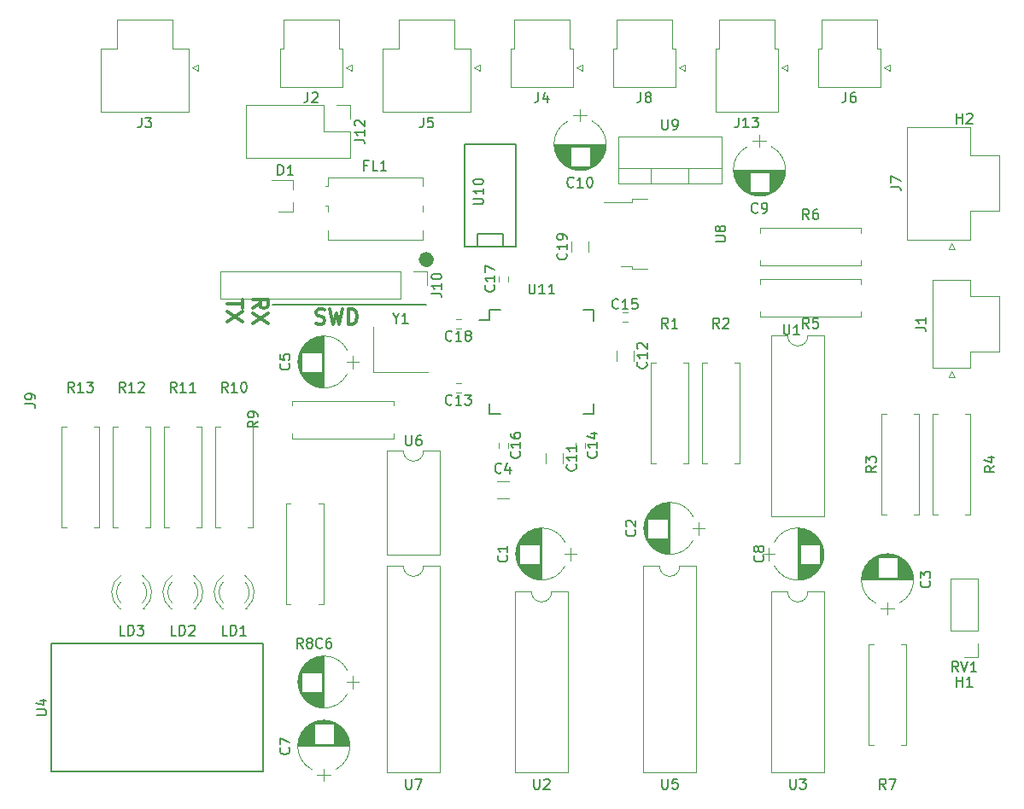
<source format=gbr>
G04 #@! TF.FileFunction,Legend,Top*
%FSLAX46Y46*%
G04 Gerber Fmt 4.6, Leading zero omitted, Abs format (unit mm)*
G04 Created by KiCad (PCBNEW 4.0.7) date 02/28/18 12:29:38*
%MOMM*%
%LPD*%
G01*
G04 APERTURE LIST*
%ADD10C,0.100000*%
%ADD11C,0.300000*%
%ADD12C,0.200000*%
%ADD13C,1.000000*%
%ADD14C,0.120000*%
%ADD15C,0.150000*%
G04 APERTURE END LIST*
D10*
D11*
X88451429Y-58547143D02*
X88451429Y-59404286D01*
X86951429Y-58975715D02*
X88451429Y-58975715D01*
X88451429Y-59761429D02*
X86951429Y-60761429D01*
X88451429Y-60761429D02*
X86951429Y-59761429D01*
X89491429Y-59440001D02*
X90205714Y-58940001D01*
X89491429Y-58582858D02*
X90991429Y-58582858D01*
X90991429Y-59154286D01*
X90920000Y-59297144D01*
X90848571Y-59368572D01*
X90705714Y-59440001D01*
X90491429Y-59440001D01*
X90348571Y-59368572D01*
X90277143Y-59297144D01*
X90205714Y-59154286D01*
X90205714Y-58582858D01*
X90991429Y-59940001D02*
X89491429Y-60940001D01*
X90991429Y-60940001D02*
X89491429Y-59940001D01*
D12*
X91440000Y-59055000D02*
X106680000Y-59055000D01*
D13*
X106930000Y-54610000D02*
G75*
G03X106930000Y-54610000I-250000J0D01*
G01*
D11*
X95754286Y-60932143D02*
X95968572Y-61003571D01*
X96325715Y-61003571D01*
X96468572Y-60932143D01*
X96540001Y-60860714D01*
X96611429Y-60717857D01*
X96611429Y-60575000D01*
X96540001Y-60432143D01*
X96468572Y-60360714D01*
X96325715Y-60289286D01*
X96040001Y-60217857D01*
X95897143Y-60146429D01*
X95825715Y-60075000D01*
X95754286Y-59932143D01*
X95754286Y-59789286D01*
X95825715Y-59646429D01*
X95897143Y-59575000D01*
X96040001Y-59503571D01*
X96397143Y-59503571D01*
X96611429Y-59575000D01*
X97111429Y-59503571D02*
X97468572Y-61003571D01*
X97754286Y-59932143D01*
X98040000Y-61003571D01*
X98397143Y-59503571D01*
X98968572Y-61003571D02*
X98968572Y-59503571D01*
X99325715Y-59503571D01*
X99540000Y-59575000D01*
X99682858Y-59717857D01*
X99754286Y-59860714D01*
X99825715Y-60146429D01*
X99825715Y-60360714D01*
X99754286Y-60646429D01*
X99682858Y-60789286D01*
X99540000Y-60932143D01*
X99325715Y-61003571D01*
X98968572Y-61003571D01*
D14*
X120230000Y-74795000D02*
X120230000Y-73795000D01*
X118530000Y-73795000D02*
X118530000Y-74795000D01*
X127215000Y-64635000D02*
X127215000Y-63635000D01*
X125515000Y-63635000D02*
X125515000Y-64635000D01*
X109605000Y-67780000D02*
X110105000Y-67780000D01*
X110105000Y-66840000D02*
X109605000Y-66840000D01*
X122390000Y-73275000D02*
X122390000Y-72775000D01*
X121450000Y-72775000D02*
X121450000Y-73275000D01*
X126615000Y-59855000D02*
X126115000Y-59855000D01*
X126115000Y-60795000D02*
X126615000Y-60795000D01*
X114770000Y-73275000D02*
X114770000Y-72775000D01*
X113830000Y-72775000D02*
X113830000Y-73275000D01*
X113830000Y-56265000D02*
X113830000Y-56765000D01*
X114770000Y-56765000D02*
X114770000Y-56265000D01*
X109605000Y-61430000D02*
X110105000Y-61430000D01*
X110105000Y-60490000D02*
X109605000Y-60490000D01*
X121070000Y-52840000D02*
X121070000Y-53840000D01*
X122770000Y-53840000D02*
X122770000Y-52840000D01*
X93470000Y-49840000D02*
X93470000Y-48910000D01*
X93470000Y-46680000D02*
X93470000Y-47610000D01*
X93470000Y-46680000D02*
X91310000Y-46680000D01*
X93470000Y-49840000D02*
X92010000Y-49840000D01*
X106300000Y-49230000D02*
X106300000Y-49830000D01*
X96700000Y-49230000D02*
X96900000Y-49230000D01*
X96900000Y-49230000D02*
X96900000Y-49830000D01*
X96900000Y-47330000D02*
X96700000Y-47330000D01*
X96700000Y-47330000D02*
X96800000Y-47330000D01*
X96900000Y-46430000D02*
X106300000Y-46430000D01*
X96900000Y-46430000D02*
X96900000Y-47330000D01*
X106300000Y-46430000D02*
X106300000Y-47330000D01*
X96900000Y-52630000D02*
X96900000Y-51730000D01*
X106300000Y-52630000D02*
X106300000Y-51730000D01*
X106300000Y-52630000D02*
X96900000Y-52630000D01*
X129430000Y-74860000D02*
X128950000Y-74860000D01*
X128950000Y-74860000D02*
X128950000Y-64840000D01*
X128950000Y-64840000D02*
X129430000Y-64840000D01*
X132190000Y-74860000D02*
X132670000Y-74860000D01*
X132670000Y-74860000D02*
X132670000Y-64840000D01*
X132670000Y-64840000D02*
X132190000Y-64840000D01*
X137270000Y-64840000D02*
X137750000Y-64840000D01*
X137750000Y-64840000D02*
X137750000Y-74860000D01*
X137750000Y-74860000D02*
X137270000Y-74860000D01*
X134510000Y-64840000D02*
X134030000Y-64840000D01*
X134030000Y-64840000D02*
X134030000Y-74860000D01*
X134030000Y-74860000D02*
X134510000Y-74860000D01*
X152290000Y-79940000D02*
X151810000Y-79940000D01*
X151810000Y-79940000D02*
X151810000Y-69920000D01*
X151810000Y-69920000D02*
X152290000Y-69920000D01*
X155050000Y-79940000D02*
X155530000Y-79940000D01*
X155530000Y-79940000D02*
X155530000Y-69920000D01*
X155530000Y-69920000D02*
X155050000Y-69920000D01*
X157370000Y-79940000D02*
X156890000Y-79940000D01*
X156890000Y-79940000D02*
X156890000Y-69920000D01*
X156890000Y-69920000D02*
X157370000Y-69920000D01*
X160130000Y-79940000D02*
X160610000Y-79940000D01*
X160610000Y-79940000D02*
X160610000Y-69920000D01*
X160610000Y-69920000D02*
X160130000Y-69920000D01*
X149790000Y-59800000D02*
X149790000Y-60280000D01*
X149790000Y-60280000D02*
X139770000Y-60280000D01*
X139770000Y-60280000D02*
X139770000Y-59800000D01*
X149790000Y-57040000D02*
X149790000Y-56560000D01*
X149790000Y-56560000D02*
X139770000Y-56560000D01*
X139770000Y-56560000D02*
X139770000Y-57040000D01*
X139770000Y-51960000D02*
X139770000Y-51480000D01*
X139770000Y-51480000D02*
X149790000Y-51480000D01*
X149790000Y-51480000D02*
X149790000Y-51960000D01*
X139770000Y-54720000D02*
X139770000Y-55200000D01*
X139770000Y-55200000D02*
X149790000Y-55200000D01*
X149790000Y-55200000D02*
X149790000Y-54720000D01*
X151020000Y-102800000D02*
X150540000Y-102800000D01*
X150540000Y-102800000D02*
X150540000Y-92780000D01*
X150540000Y-92780000D02*
X151020000Y-92780000D01*
X153780000Y-102800000D02*
X154260000Y-102800000D01*
X154260000Y-102800000D02*
X154260000Y-92780000D01*
X154260000Y-92780000D02*
X153780000Y-92780000D01*
X93235000Y-88830000D02*
X92755000Y-88830000D01*
X92755000Y-88830000D02*
X92755000Y-78810000D01*
X92755000Y-78810000D02*
X93235000Y-78810000D01*
X95995000Y-88830000D02*
X96475000Y-88830000D01*
X96475000Y-88830000D02*
X96475000Y-78810000D01*
X96475000Y-78810000D02*
X95995000Y-78810000D01*
X93415000Y-69105000D02*
X93415000Y-68625000D01*
X93415000Y-68625000D02*
X103435000Y-68625000D01*
X103435000Y-68625000D02*
X103435000Y-69105000D01*
X93415000Y-71865000D02*
X93415000Y-72345000D01*
X93415000Y-72345000D02*
X103435000Y-72345000D01*
X103435000Y-72345000D02*
X103435000Y-71865000D01*
X86250000Y-81210000D02*
X85770000Y-81210000D01*
X85770000Y-81210000D02*
X85770000Y-71190000D01*
X85770000Y-71190000D02*
X86250000Y-71190000D01*
X89010000Y-81210000D02*
X89490000Y-81210000D01*
X89490000Y-81210000D02*
X89490000Y-71190000D01*
X89490000Y-71190000D02*
X89010000Y-71190000D01*
X81170000Y-81210000D02*
X80690000Y-81210000D01*
X80690000Y-81210000D02*
X80690000Y-71190000D01*
X80690000Y-71190000D02*
X81170000Y-71190000D01*
X83930000Y-81210000D02*
X84410000Y-81210000D01*
X84410000Y-81210000D02*
X84410000Y-71190000D01*
X84410000Y-71190000D02*
X83930000Y-71190000D01*
X76090000Y-81210000D02*
X75610000Y-81210000D01*
X75610000Y-81210000D02*
X75610000Y-71190000D01*
X75610000Y-71190000D02*
X76090000Y-71190000D01*
X78850000Y-81210000D02*
X79330000Y-81210000D01*
X79330000Y-81210000D02*
X79330000Y-71190000D01*
X79330000Y-71190000D02*
X78850000Y-71190000D01*
X71010000Y-81210000D02*
X70530000Y-81210000D01*
X70530000Y-81210000D02*
X70530000Y-71190000D01*
X70530000Y-71190000D02*
X71010000Y-71190000D01*
X73770000Y-81210000D02*
X74250000Y-81210000D01*
X74250000Y-81210000D02*
X74250000Y-71190000D01*
X74250000Y-71190000D02*
X73770000Y-71190000D01*
X144510000Y-62170000D02*
G75*
G02X142510000Y-62170000I-1000000J0D01*
G01*
X142510000Y-62170000D02*
X140860000Y-62170000D01*
X140860000Y-62170000D02*
X140860000Y-80070000D01*
X140860000Y-80070000D02*
X146160000Y-80070000D01*
X146160000Y-80070000D02*
X146160000Y-62170000D01*
X146160000Y-62170000D02*
X144510000Y-62170000D01*
X119110000Y-87570000D02*
G75*
G02X117110000Y-87570000I-1000000J0D01*
G01*
X117110000Y-87570000D02*
X115460000Y-87570000D01*
X115460000Y-87570000D02*
X115460000Y-105470000D01*
X115460000Y-105470000D02*
X120760000Y-105470000D01*
X120760000Y-105470000D02*
X120760000Y-87570000D01*
X120760000Y-87570000D02*
X119110000Y-87570000D01*
D15*
X90510000Y-105410000D02*
X69510000Y-105410000D01*
X69510000Y-105410000D02*
X69510000Y-92710000D01*
X69510000Y-92710000D02*
X90510000Y-92710000D01*
X90510000Y-92710000D02*
X90510000Y-105410000D01*
D14*
X131810000Y-85030000D02*
G75*
G02X129810000Y-85030000I-1000000J0D01*
G01*
X129810000Y-85030000D02*
X128160000Y-85030000D01*
X128160000Y-85030000D02*
X128160000Y-105470000D01*
X128160000Y-105470000D02*
X133460000Y-105470000D01*
X133460000Y-105470000D02*
X133460000Y-85030000D01*
X133460000Y-85030000D02*
X131810000Y-85030000D01*
X106410000Y-73600000D02*
G75*
G02X104410000Y-73600000I-1000000J0D01*
G01*
X104410000Y-73600000D02*
X102760000Y-73600000D01*
X102760000Y-73600000D02*
X102760000Y-83880000D01*
X102760000Y-83880000D02*
X108060000Y-83880000D01*
X108060000Y-83880000D02*
X108060000Y-73600000D01*
X108060000Y-73600000D02*
X106410000Y-73600000D01*
X101440000Y-61250000D02*
X101440000Y-65750000D01*
X101440000Y-65750000D02*
X106840000Y-65750000D01*
X144510000Y-87570000D02*
G75*
G02X142510000Y-87570000I-1000000J0D01*
G01*
X142510000Y-87570000D02*
X140860000Y-87570000D01*
X140860000Y-87570000D02*
X140860000Y-105470000D01*
X140860000Y-105470000D02*
X146160000Y-105470000D01*
X146160000Y-105470000D02*
X146160000Y-87570000D01*
X146160000Y-87570000D02*
X144510000Y-87570000D01*
X156860000Y-61000000D02*
X156860000Y-65370000D01*
X156860000Y-65370000D02*
X160640000Y-65370000D01*
X160640000Y-65370000D02*
X160640000Y-63750000D01*
X160640000Y-63750000D02*
X163500000Y-63750000D01*
X163500000Y-63750000D02*
X163500000Y-61000000D01*
X156860000Y-61000000D02*
X156860000Y-56630000D01*
X156860000Y-56630000D02*
X160640000Y-56630000D01*
X160640000Y-56630000D02*
X160640000Y-58250000D01*
X160640000Y-58250000D02*
X163500000Y-58250000D01*
X163500000Y-58250000D02*
X163500000Y-61000000D01*
X158750000Y-65720000D02*
X159050000Y-66320000D01*
X159050000Y-66320000D02*
X158450000Y-66320000D01*
X158450000Y-66320000D02*
X158750000Y-65720000D01*
X95270000Y-37450000D02*
X98390000Y-37450000D01*
X98390000Y-37450000D02*
X98390000Y-33670000D01*
X98390000Y-33670000D02*
X98020000Y-33670000D01*
X98020000Y-33670000D02*
X98020000Y-30810000D01*
X98020000Y-30810000D02*
X95270000Y-30810000D01*
X95270000Y-37450000D02*
X92150000Y-37450000D01*
X92150000Y-37450000D02*
X92150000Y-33670000D01*
X92150000Y-33670000D02*
X92520000Y-33670000D01*
X92520000Y-33670000D02*
X92520000Y-30810000D01*
X92520000Y-30810000D02*
X95270000Y-30810000D01*
X98740000Y-35560000D02*
X99340000Y-35260000D01*
X99340000Y-35260000D02*
X99340000Y-35860000D01*
X99340000Y-35860000D02*
X98740000Y-35560000D01*
X118130000Y-37450000D02*
X121250000Y-37450000D01*
X121250000Y-37450000D02*
X121250000Y-33670000D01*
X121250000Y-33670000D02*
X120880000Y-33670000D01*
X120880000Y-33670000D02*
X120880000Y-30810000D01*
X120880000Y-30810000D02*
X118130000Y-30810000D01*
X118130000Y-37450000D02*
X115010000Y-37450000D01*
X115010000Y-37450000D02*
X115010000Y-33670000D01*
X115010000Y-33670000D02*
X115380000Y-33670000D01*
X115380000Y-33670000D02*
X115380000Y-30810000D01*
X115380000Y-30810000D02*
X118130000Y-30810000D01*
X121600000Y-35560000D02*
X122200000Y-35260000D01*
X122200000Y-35260000D02*
X122200000Y-35860000D01*
X122200000Y-35860000D02*
X121600000Y-35560000D01*
X148610000Y-37450000D02*
X151730000Y-37450000D01*
X151730000Y-37450000D02*
X151730000Y-33670000D01*
X151730000Y-33670000D02*
X151360000Y-33670000D01*
X151360000Y-33670000D02*
X151360000Y-30810000D01*
X151360000Y-30810000D02*
X148610000Y-30810000D01*
X148610000Y-37450000D02*
X145490000Y-37450000D01*
X145490000Y-37450000D02*
X145490000Y-33670000D01*
X145490000Y-33670000D02*
X145860000Y-33670000D01*
X145860000Y-33670000D02*
X145860000Y-30810000D01*
X145860000Y-30810000D02*
X148610000Y-30810000D01*
X152080000Y-35560000D02*
X152680000Y-35260000D01*
X152680000Y-35260000D02*
X152680000Y-35860000D01*
X152680000Y-35860000D02*
X152080000Y-35560000D01*
X154360000Y-47050000D02*
X154360000Y-52670000D01*
X154360000Y-52670000D02*
X160640000Y-52670000D01*
X160640000Y-52670000D02*
X160640000Y-49800000D01*
X160640000Y-49800000D02*
X163500000Y-49800000D01*
X163500000Y-49800000D02*
X163500000Y-47050000D01*
X154360000Y-47050000D02*
X154360000Y-41430000D01*
X154360000Y-41430000D02*
X160640000Y-41430000D01*
X160640000Y-41430000D02*
X160640000Y-44300000D01*
X160640000Y-44300000D02*
X163500000Y-44300000D01*
X163500000Y-44300000D02*
X163500000Y-47050000D01*
X158750000Y-53020000D02*
X159050000Y-53620000D01*
X159050000Y-53620000D02*
X158450000Y-53620000D01*
X158450000Y-53620000D02*
X158750000Y-53020000D01*
X128290000Y-37450000D02*
X131410000Y-37450000D01*
X131410000Y-37450000D02*
X131410000Y-33670000D01*
X131410000Y-33670000D02*
X131040000Y-33670000D01*
X131040000Y-33670000D02*
X131040000Y-30810000D01*
X131040000Y-30810000D02*
X128290000Y-30810000D01*
X128290000Y-37450000D02*
X125170000Y-37450000D01*
X125170000Y-37450000D02*
X125170000Y-33670000D01*
X125170000Y-33670000D02*
X125540000Y-33670000D01*
X125540000Y-33670000D02*
X125540000Y-30810000D01*
X125540000Y-30810000D02*
X128290000Y-30810000D01*
X131760000Y-35560000D02*
X132360000Y-35260000D01*
X132360000Y-35260000D02*
X132360000Y-35860000D01*
X132360000Y-35860000D02*
X131760000Y-35560000D01*
X106410000Y-85030000D02*
G75*
G02X104410000Y-85030000I-1000000J0D01*
G01*
X104410000Y-85030000D02*
X102760000Y-85030000D01*
X102760000Y-85030000D02*
X102760000Y-105470000D01*
X102760000Y-105470000D02*
X108060000Y-105470000D01*
X108060000Y-105470000D02*
X108060000Y-85030000D01*
X108060000Y-85030000D02*
X106410000Y-85030000D01*
X128570000Y-48620000D02*
X127070000Y-48620000D01*
X127070000Y-48620000D02*
X127070000Y-48890000D01*
X127070000Y-48890000D02*
X124240000Y-48890000D01*
X128570000Y-55520000D02*
X127070000Y-55520000D01*
X127070000Y-55520000D02*
X127070000Y-55250000D01*
X127070000Y-55250000D02*
X125970000Y-55250000D01*
X135930000Y-47070000D02*
X125690000Y-47070000D01*
X135930000Y-42429000D02*
X125690000Y-42429000D01*
X135930000Y-47070000D02*
X135930000Y-42429000D01*
X125690000Y-47070000D02*
X125690000Y-42429000D01*
X135930000Y-45560000D02*
X125690000Y-45560000D01*
X132660000Y-47070000D02*
X132660000Y-45560000D01*
X128959000Y-47070000D02*
X128959000Y-45560000D01*
D15*
X110490000Y-53340000D02*
X115570000Y-53340000D01*
X115570000Y-53340000D02*
X115570000Y-43180000D01*
X115570000Y-43180000D02*
X110490000Y-43180000D01*
X110490000Y-43180000D02*
X110490000Y-53340000D01*
X111760000Y-53340000D02*
X111760000Y-52070000D01*
X111760000Y-52070000D02*
X114300000Y-52070000D01*
X114300000Y-52070000D02*
X114300000Y-53340000D01*
X112935000Y-59595000D02*
X112935000Y-60595000D01*
X123285000Y-59595000D02*
X123285000Y-60670000D01*
X123285000Y-69945000D02*
X123285000Y-68870000D01*
X112935000Y-69945000D02*
X112935000Y-68870000D01*
X112935000Y-59595000D02*
X114010000Y-59595000D01*
X112935000Y-69945000D02*
X114010000Y-69945000D01*
X123285000Y-69945000D02*
X122210000Y-69945000D01*
X123285000Y-59595000D02*
X122210000Y-59595000D01*
X112935000Y-60595000D02*
X111910000Y-60595000D01*
D14*
X113693000Y-76609000D02*
X114867000Y-76609000D01*
X113693000Y-78331000D02*
X114867000Y-78331000D01*
X115824278Y-84999723D02*
G75*
G03X120435580Y-85000000I2305722J1179723D01*
G01*
X115824278Y-82640277D02*
G75*
G02X120435580Y-82640000I2305722J-1179723D01*
G01*
X115824278Y-82640277D02*
G75*
G03X115824420Y-85000000I2305722J-1179723D01*
G01*
X118130000Y-86370000D02*
X118130000Y-81270000D01*
X118090000Y-86370000D02*
X118090000Y-81270000D01*
X118050000Y-86369000D02*
X118050000Y-81271000D01*
X118010000Y-86368000D02*
X118010000Y-81272000D01*
X117970000Y-86366000D02*
X117970000Y-81274000D01*
X117930000Y-86363000D02*
X117930000Y-81277000D01*
X117890000Y-86359000D02*
X117890000Y-81281000D01*
X117850000Y-86355000D02*
X117850000Y-84800000D01*
X117850000Y-82840000D02*
X117850000Y-81285000D01*
X117810000Y-86351000D02*
X117810000Y-84800000D01*
X117810000Y-82840000D02*
X117810000Y-81289000D01*
X117770000Y-86345000D02*
X117770000Y-84800000D01*
X117770000Y-82840000D02*
X117770000Y-81295000D01*
X117730000Y-86339000D02*
X117730000Y-84800000D01*
X117730000Y-82840000D02*
X117730000Y-81301000D01*
X117690000Y-86333000D02*
X117690000Y-84800000D01*
X117690000Y-82840000D02*
X117690000Y-81307000D01*
X117650000Y-86326000D02*
X117650000Y-84800000D01*
X117650000Y-82840000D02*
X117650000Y-81314000D01*
X117610000Y-86318000D02*
X117610000Y-84800000D01*
X117610000Y-82840000D02*
X117610000Y-81322000D01*
X117570000Y-86309000D02*
X117570000Y-84800000D01*
X117570000Y-82840000D02*
X117570000Y-81331000D01*
X117530000Y-86300000D02*
X117530000Y-84800000D01*
X117530000Y-82840000D02*
X117530000Y-81340000D01*
X117490000Y-86290000D02*
X117490000Y-84800000D01*
X117490000Y-82840000D02*
X117490000Y-81350000D01*
X117450000Y-86280000D02*
X117450000Y-84800000D01*
X117450000Y-82840000D02*
X117450000Y-81360000D01*
X117409000Y-86268000D02*
X117409000Y-84800000D01*
X117409000Y-82840000D02*
X117409000Y-81372000D01*
X117369000Y-86256000D02*
X117369000Y-84800000D01*
X117369000Y-82840000D02*
X117369000Y-81384000D01*
X117329000Y-86244000D02*
X117329000Y-84800000D01*
X117329000Y-82840000D02*
X117329000Y-81396000D01*
X117289000Y-86230000D02*
X117289000Y-84800000D01*
X117289000Y-82840000D02*
X117289000Y-81410000D01*
X117249000Y-86216000D02*
X117249000Y-84800000D01*
X117249000Y-82840000D02*
X117249000Y-81424000D01*
X117209000Y-86202000D02*
X117209000Y-84800000D01*
X117209000Y-82840000D02*
X117209000Y-81438000D01*
X117169000Y-86186000D02*
X117169000Y-84800000D01*
X117169000Y-82840000D02*
X117169000Y-81454000D01*
X117129000Y-86170000D02*
X117129000Y-84800000D01*
X117129000Y-82840000D02*
X117129000Y-81470000D01*
X117089000Y-86153000D02*
X117089000Y-84800000D01*
X117089000Y-82840000D02*
X117089000Y-81487000D01*
X117049000Y-86135000D02*
X117049000Y-84800000D01*
X117049000Y-82840000D02*
X117049000Y-81505000D01*
X117009000Y-86116000D02*
X117009000Y-84800000D01*
X117009000Y-82840000D02*
X117009000Y-81524000D01*
X116969000Y-86096000D02*
X116969000Y-84800000D01*
X116969000Y-82840000D02*
X116969000Y-81544000D01*
X116929000Y-86076000D02*
X116929000Y-84800000D01*
X116929000Y-82840000D02*
X116929000Y-81564000D01*
X116889000Y-86054000D02*
X116889000Y-84800000D01*
X116889000Y-82840000D02*
X116889000Y-81586000D01*
X116849000Y-86032000D02*
X116849000Y-84800000D01*
X116849000Y-82840000D02*
X116849000Y-81608000D01*
X116809000Y-86009000D02*
X116809000Y-84800000D01*
X116809000Y-82840000D02*
X116809000Y-81631000D01*
X116769000Y-85985000D02*
X116769000Y-84800000D01*
X116769000Y-82840000D02*
X116769000Y-81655000D01*
X116729000Y-85960000D02*
X116729000Y-84800000D01*
X116729000Y-82840000D02*
X116729000Y-81680000D01*
X116689000Y-85933000D02*
X116689000Y-84800000D01*
X116689000Y-82840000D02*
X116689000Y-81707000D01*
X116649000Y-85906000D02*
X116649000Y-84800000D01*
X116649000Y-82840000D02*
X116649000Y-81734000D01*
X116609000Y-85878000D02*
X116609000Y-84800000D01*
X116609000Y-82840000D02*
X116609000Y-81762000D01*
X116569000Y-85848000D02*
X116569000Y-84800000D01*
X116569000Y-82840000D02*
X116569000Y-81792000D01*
X116529000Y-85817000D02*
X116529000Y-84800000D01*
X116529000Y-82840000D02*
X116529000Y-81823000D01*
X116489000Y-85785000D02*
X116489000Y-84800000D01*
X116489000Y-82840000D02*
X116489000Y-81855000D01*
X116449000Y-85752000D02*
X116449000Y-84800000D01*
X116449000Y-82840000D02*
X116449000Y-81888000D01*
X116409000Y-85717000D02*
X116409000Y-84800000D01*
X116409000Y-82840000D02*
X116409000Y-81923000D01*
X116369000Y-85681000D02*
X116369000Y-84800000D01*
X116369000Y-82840000D02*
X116369000Y-81959000D01*
X116329000Y-85643000D02*
X116329000Y-84800000D01*
X116329000Y-82840000D02*
X116329000Y-81997000D01*
X116289000Y-85603000D02*
X116289000Y-84800000D01*
X116289000Y-82840000D02*
X116289000Y-82037000D01*
X116249000Y-85562000D02*
X116249000Y-84800000D01*
X116249000Y-82840000D02*
X116249000Y-82078000D01*
X116209000Y-85519000D02*
X116209000Y-84800000D01*
X116209000Y-82840000D02*
X116209000Y-82121000D01*
X116169000Y-85474000D02*
X116169000Y-84800000D01*
X116169000Y-82840000D02*
X116169000Y-82166000D01*
X116129000Y-85426000D02*
X116129000Y-84800000D01*
X116129000Y-82840000D02*
X116129000Y-82214000D01*
X116089000Y-85376000D02*
X116089000Y-84800000D01*
X116089000Y-82840000D02*
X116089000Y-82264000D01*
X116049000Y-85324000D02*
X116049000Y-84800000D01*
X116049000Y-82840000D02*
X116049000Y-82316000D01*
X116009000Y-85268000D02*
X116009000Y-84800000D01*
X116009000Y-82840000D02*
X116009000Y-82372000D01*
X115969000Y-85210000D02*
X115969000Y-84800000D01*
X115969000Y-82840000D02*
X115969000Y-82430000D01*
X115929000Y-85147000D02*
X115929000Y-84800000D01*
X115929000Y-82840000D02*
X115929000Y-82493000D01*
X115889000Y-85081000D02*
X115889000Y-82559000D01*
X115849000Y-85009000D02*
X115849000Y-82631000D01*
X115809000Y-84932000D02*
X115809000Y-82708000D01*
X115769000Y-84848000D02*
X115769000Y-82792000D01*
X115729000Y-84754000D02*
X115729000Y-82886000D01*
X115689000Y-84649000D02*
X115689000Y-82991000D01*
X115649000Y-84527000D02*
X115649000Y-83113000D01*
X115609000Y-84379000D02*
X115609000Y-83261000D01*
X115569000Y-84174000D02*
X115569000Y-83466000D01*
X121580000Y-83820000D02*
X120380000Y-83820000D01*
X120980000Y-84470000D02*
X120980000Y-83170000D01*
X128524278Y-82459723D02*
G75*
G03X133135580Y-82460000I2305722J1179723D01*
G01*
X128524278Y-80100277D02*
G75*
G02X133135580Y-80100000I2305722J-1179723D01*
G01*
X128524278Y-80100277D02*
G75*
G03X128524420Y-82460000I2305722J-1179723D01*
G01*
X130830000Y-83830000D02*
X130830000Y-78730000D01*
X130790000Y-83830000D02*
X130790000Y-78730000D01*
X130750000Y-83829000D02*
X130750000Y-78731000D01*
X130710000Y-83828000D02*
X130710000Y-78732000D01*
X130670000Y-83826000D02*
X130670000Y-78734000D01*
X130630000Y-83823000D02*
X130630000Y-78737000D01*
X130590000Y-83819000D02*
X130590000Y-78741000D01*
X130550000Y-83815000D02*
X130550000Y-82260000D01*
X130550000Y-80300000D02*
X130550000Y-78745000D01*
X130510000Y-83811000D02*
X130510000Y-82260000D01*
X130510000Y-80300000D02*
X130510000Y-78749000D01*
X130470000Y-83805000D02*
X130470000Y-82260000D01*
X130470000Y-80300000D02*
X130470000Y-78755000D01*
X130430000Y-83799000D02*
X130430000Y-82260000D01*
X130430000Y-80300000D02*
X130430000Y-78761000D01*
X130390000Y-83793000D02*
X130390000Y-82260000D01*
X130390000Y-80300000D02*
X130390000Y-78767000D01*
X130350000Y-83786000D02*
X130350000Y-82260000D01*
X130350000Y-80300000D02*
X130350000Y-78774000D01*
X130310000Y-83778000D02*
X130310000Y-82260000D01*
X130310000Y-80300000D02*
X130310000Y-78782000D01*
X130270000Y-83769000D02*
X130270000Y-82260000D01*
X130270000Y-80300000D02*
X130270000Y-78791000D01*
X130230000Y-83760000D02*
X130230000Y-82260000D01*
X130230000Y-80300000D02*
X130230000Y-78800000D01*
X130190000Y-83750000D02*
X130190000Y-82260000D01*
X130190000Y-80300000D02*
X130190000Y-78810000D01*
X130150000Y-83740000D02*
X130150000Y-82260000D01*
X130150000Y-80300000D02*
X130150000Y-78820000D01*
X130109000Y-83728000D02*
X130109000Y-82260000D01*
X130109000Y-80300000D02*
X130109000Y-78832000D01*
X130069000Y-83716000D02*
X130069000Y-82260000D01*
X130069000Y-80300000D02*
X130069000Y-78844000D01*
X130029000Y-83704000D02*
X130029000Y-82260000D01*
X130029000Y-80300000D02*
X130029000Y-78856000D01*
X129989000Y-83690000D02*
X129989000Y-82260000D01*
X129989000Y-80300000D02*
X129989000Y-78870000D01*
X129949000Y-83676000D02*
X129949000Y-82260000D01*
X129949000Y-80300000D02*
X129949000Y-78884000D01*
X129909000Y-83662000D02*
X129909000Y-82260000D01*
X129909000Y-80300000D02*
X129909000Y-78898000D01*
X129869000Y-83646000D02*
X129869000Y-82260000D01*
X129869000Y-80300000D02*
X129869000Y-78914000D01*
X129829000Y-83630000D02*
X129829000Y-82260000D01*
X129829000Y-80300000D02*
X129829000Y-78930000D01*
X129789000Y-83613000D02*
X129789000Y-82260000D01*
X129789000Y-80300000D02*
X129789000Y-78947000D01*
X129749000Y-83595000D02*
X129749000Y-82260000D01*
X129749000Y-80300000D02*
X129749000Y-78965000D01*
X129709000Y-83576000D02*
X129709000Y-82260000D01*
X129709000Y-80300000D02*
X129709000Y-78984000D01*
X129669000Y-83556000D02*
X129669000Y-82260000D01*
X129669000Y-80300000D02*
X129669000Y-79004000D01*
X129629000Y-83536000D02*
X129629000Y-82260000D01*
X129629000Y-80300000D02*
X129629000Y-79024000D01*
X129589000Y-83514000D02*
X129589000Y-82260000D01*
X129589000Y-80300000D02*
X129589000Y-79046000D01*
X129549000Y-83492000D02*
X129549000Y-82260000D01*
X129549000Y-80300000D02*
X129549000Y-79068000D01*
X129509000Y-83469000D02*
X129509000Y-82260000D01*
X129509000Y-80300000D02*
X129509000Y-79091000D01*
X129469000Y-83445000D02*
X129469000Y-82260000D01*
X129469000Y-80300000D02*
X129469000Y-79115000D01*
X129429000Y-83420000D02*
X129429000Y-82260000D01*
X129429000Y-80300000D02*
X129429000Y-79140000D01*
X129389000Y-83393000D02*
X129389000Y-82260000D01*
X129389000Y-80300000D02*
X129389000Y-79167000D01*
X129349000Y-83366000D02*
X129349000Y-82260000D01*
X129349000Y-80300000D02*
X129349000Y-79194000D01*
X129309000Y-83338000D02*
X129309000Y-82260000D01*
X129309000Y-80300000D02*
X129309000Y-79222000D01*
X129269000Y-83308000D02*
X129269000Y-82260000D01*
X129269000Y-80300000D02*
X129269000Y-79252000D01*
X129229000Y-83277000D02*
X129229000Y-82260000D01*
X129229000Y-80300000D02*
X129229000Y-79283000D01*
X129189000Y-83245000D02*
X129189000Y-82260000D01*
X129189000Y-80300000D02*
X129189000Y-79315000D01*
X129149000Y-83212000D02*
X129149000Y-82260000D01*
X129149000Y-80300000D02*
X129149000Y-79348000D01*
X129109000Y-83177000D02*
X129109000Y-82260000D01*
X129109000Y-80300000D02*
X129109000Y-79383000D01*
X129069000Y-83141000D02*
X129069000Y-82260000D01*
X129069000Y-80300000D02*
X129069000Y-79419000D01*
X129029000Y-83103000D02*
X129029000Y-82260000D01*
X129029000Y-80300000D02*
X129029000Y-79457000D01*
X128989000Y-83063000D02*
X128989000Y-82260000D01*
X128989000Y-80300000D02*
X128989000Y-79497000D01*
X128949000Y-83022000D02*
X128949000Y-82260000D01*
X128949000Y-80300000D02*
X128949000Y-79538000D01*
X128909000Y-82979000D02*
X128909000Y-82260000D01*
X128909000Y-80300000D02*
X128909000Y-79581000D01*
X128869000Y-82934000D02*
X128869000Y-82260000D01*
X128869000Y-80300000D02*
X128869000Y-79626000D01*
X128829000Y-82886000D02*
X128829000Y-82260000D01*
X128829000Y-80300000D02*
X128829000Y-79674000D01*
X128789000Y-82836000D02*
X128789000Y-82260000D01*
X128789000Y-80300000D02*
X128789000Y-79724000D01*
X128749000Y-82784000D02*
X128749000Y-82260000D01*
X128749000Y-80300000D02*
X128749000Y-79776000D01*
X128709000Y-82728000D02*
X128709000Y-82260000D01*
X128709000Y-80300000D02*
X128709000Y-79832000D01*
X128669000Y-82670000D02*
X128669000Y-82260000D01*
X128669000Y-80300000D02*
X128669000Y-79890000D01*
X128629000Y-82607000D02*
X128629000Y-82260000D01*
X128629000Y-80300000D02*
X128629000Y-79953000D01*
X128589000Y-82541000D02*
X128589000Y-80019000D01*
X128549000Y-82469000D02*
X128549000Y-80091000D01*
X128509000Y-82392000D02*
X128509000Y-80168000D01*
X128469000Y-82308000D02*
X128469000Y-80252000D01*
X128429000Y-82214000D02*
X128429000Y-80346000D01*
X128389000Y-82109000D02*
X128389000Y-80451000D01*
X128349000Y-81987000D02*
X128349000Y-80573000D01*
X128309000Y-81839000D02*
X128309000Y-80721000D01*
X128269000Y-81634000D02*
X128269000Y-80926000D01*
X134280000Y-81280000D02*
X133080000Y-81280000D01*
X133680000Y-81930000D02*
X133680000Y-80630000D01*
X151220277Y-84074278D02*
G75*
G03X151220000Y-88685580I1179723J-2305722D01*
G01*
X153579723Y-84074278D02*
G75*
G02X153580000Y-88685580I-1179723J-2305722D01*
G01*
X153579723Y-84074278D02*
G75*
G03X151220000Y-84074420I-1179723J-2305722D01*
G01*
X149850000Y-86380000D02*
X154950000Y-86380000D01*
X149850000Y-86340000D02*
X154950000Y-86340000D01*
X149851000Y-86300000D02*
X154949000Y-86300000D01*
X149852000Y-86260000D02*
X154948000Y-86260000D01*
X149854000Y-86220000D02*
X154946000Y-86220000D01*
X149857000Y-86180000D02*
X154943000Y-86180000D01*
X149861000Y-86140000D02*
X154939000Y-86140000D01*
X149865000Y-86100000D02*
X151420000Y-86100000D01*
X153380000Y-86100000D02*
X154935000Y-86100000D01*
X149869000Y-86060000D02*
X151420000Y-86060000D01*
X153380000Y-86060000D02*
X154931000Y-86060000D01*
X149875000Y-86020000D02*
X151420000Y-86020000D01*
X153380000Y-86020000D02*
X154925000Y-86020000D01*
X149881000Y-85980000D02*
X151420000Y-85980000D01*
X153380000Y-85980000D02*
X154919000Y-85980000D01*
X149887000Y-85940000D02*
X151420000Y-85940000D01*
X153380000Y-85940000D02*
X154913000Y-85940000D01*
X149894000Y-85900000D02*
X151420000Y-85900000D01*
X153380000Y-85900000D02*
X154906000Y-85900000D01*
X149902000Y-85860000D02*
X151420000Y-85860000D01*
X153380000Y-85860000D02*
X154898000Y-85860000D01*
X149911000Y-85820000D02*
X151420000Y-85820000D01*
X153380000Y-85820000D02*
X154889000Y-85820000D01*
X149920000Y-85780000D02*
X151420000Y-85780000D01*
X153380000Y-85780000D02*
X154880000Y-85780000D01*
X149930000Y-85740000D02*
X151420000Y-85740000D01*
X153380000Y-85740000D02*
X154870000Y-85740000D01*
X149940000Y-85700000D02*
X151420000Y-85700000D01*
X153380000Y-85700000D02*
X154860000Y-85700000D01*
X149952000Y-85659000D02*
X151420000Y-85659000D01*
X153380000Y-85659000D02*
X154848000Y-85659000D01*
X149964000Y-85619000D02*
X151420000Y-85619000D01*
X153380000Y-85619000D02*
X154836000Y-85619000D01*
X149976000Y-85579000D02*
X151420000Y-85579000D01*
X153380000Y-85579000D02*
X154824000Y-85579000D01*
X149990000Y-85539000D02*
X151420000Y-85539000D01*
X153380000Y-85539000D02*
X154810000Y-85539000D01*
X150004000Y-85499000D02*
X151420000Y-85499000D01*
X153380000Y-85499000D02*
X154796000Y-85499000D01*
X150018000Y-85459000D02*
X151420000Y-85459000D01*
X153380000Y-85459000D02*
X154782000Y-85459000D01*
X150034000Y-85419000D02*
X151420000Y-85419000D01*
X153380000Y-85419000D02*
X154766000Y-85419000D01*
X150050000Y-85379000D02*
X151420000Y-85379000D01*
X153380000Y-85379000D02*
X154750000Y-85379000D01*
X150067000Y-85339000D02*
X151420000Y-85339000D01*
X153380000Y-85339000D02*
X154733000Y-85339000D01*
X150085000Y-85299000D02*
X151420000Y-85299000D01*
X153380000Y-85299000D02*
X154715000Y-85299000D01*
X150104000Y-85259000D02*
X151420000Y-85259000D01*
X153380000Y-85259000D02*
X154696000Y-85259000D01*
X150124000Y-85219000D02*
X151420000Y-85219000D01*
X153380000Y-85219000D02*
X154676000Y-85219000D01*
X150144000Y-85179000D02*
X151420000Y-85179000D01*
X153380000Y-85179000D02*
X154656000Y-85179000D01*
X150166000Y-85139000D02*
X151420000Y-85139000D01*
X153380000Y-85139000D02*
X154634000Y-85139000D01*
X150188000Y-85099000D02*
X151420000Y-85099000D01*
X153380000Y-85099000D02*
X154612000Y-85099000D01*
X150211000Y-85059000D02*
X151420000Y-85059000D01*
X153380000Y-85059000D02*
X154589000Y-85059000D01*
X150235000Y-85019000D02*
X151420000Y-85019000D01*
X153380000Y-85019000D02*
X154565000Y-85019000D01*
X150260000Y-84979000D02*
X151420000Y-84979000D01*
X153380000Y-84979000D02*
X154540000Y-84979000D01*
X150287000Y-84939000D02*
X151420000Y-84939000D01*
X153380000Y-84939000D02*
X154513000Y-84939000D01*
X150314000Y-84899000D02*
X151420000Y-84899000D01*
X153380000Y-84899000D02*
X154486000Y-84899000D01*
X150342000Y-84859000D02*
X151420000Y-84859000D01*
X153380000Y-84859000D02*
X154458000Y-84859000D01*
X150372000Y-84819000D02*
X151420000Y-84819000D01*
X153380000Y-84819000D02*
X154428000Y-84819000D01*
X150403000Y-84779000D02*
X151420000Y-84779000D01*
X153380000Y-84779000D02*
X154397000Y-84779000D01*
X150435000Y-84739000D02*
X151420000Y-84739000D01*
X153380000Y-84739000D02*
X154365000Y-84739000D01*
X150468000Y-84699000D02*
X151420000Y-84699000D01*
X153380000Y-84699000D02*
X154332000Y-84699000D01*
X150503000Y-84659000D02*
X151420000Y-84659000D01*
X153380000Y-84659000D02*
X154297000Y-84659000D01*
X150539000Y-84619000D02*
X151420000Y-84619000D01*
X153380000Y-84619000D02*
X154261000Y-84619000D01*
X150577000Y-84579000D02*
X151420000Y-84579000D01*
X153380000Y-84579000D02*
X154223000Y-84579000D01*
X150617000Y-84539000D02*
X151420000Y-84539000D01*
X153380000Y-84539000D02*
X154183000Y-84539000D01*
X150658000Y-84499000D02*
X151420000Y-84499000D01*
X153380000Y-84499000D02*
X154142000Y-84499000D01*
X150701000Y-84459000D02*
X151420000Y-84459000D01*
X153380000Y-84459000D02*
X154099000Y-84459000D01*
X150746000Y-84419000D02*
X151420000Y-84419000D01*
X153380000Y-84419000D02*
X154054000Y-84419000D01*
X150794000Y-84379000D02*
X151420000Y-84379000D01*
X153380000Y-84379000D02*
X154006000Y-84379000D01*
X150844000Y-84339000D02*
X151420000Y-84339000D01*
X153380000Y-84339000D02*
X153956000Y-84339000D01*
X150896000Y-84299000D02*
X151420000Y-84299000D01*
X153380000Y-84299000D02*
X153904000Y-84299000D01*
X150952000Y-84259000D02*
X151420000Y-84259000D01*
X153380000Y-84259000D02*
X153848000Y-84259000D01*
X151010000Y-84219000D02*
X151420000Y-84219000D01*
X153380000Y-84219000D02*
X153790000Y-84219000D01*
X151073000Y-84179000D02*
X151420000Y-84179000D01*
X153380000Y-84179000D02*
X153727000Y-84179000D01*
X151139000Y-84139000D02*
X153661000Y-84139000D01*
X151211000Y-84099000D02*
X153589000Y-84099000D01*
X151288000Y-84059000D02*
X153512000Y-84059000D01*
X151372000Y-84019000D02*
X153428000Y-84019000D01*
X151466000Y-83979000D02*
X153334000Y-83979000D01*
X151571000Y-83939000D02*
X153229000Y-83939000D01*
X151693000Y-83899000D02*
X153107000Y-83899000D01*
X151841000Y-83859000D02*
X152959000Y-83859000D01*
X152046000Y-83819000D02*
X152754000Y-83819000D01*
X152400000Y-89830000D02*
X152400000Y-88630000D01*
X151750000Y-89230000D02*
X153050000Y-89230000D01*
X94234278Y-65949723D02*
G75*
G03X98845580Y-65950000I2305722J1179723D01*
G01*
X94234278Y-63590277D02*
G75*
G02X98845580Y-63590000I2305722J-1179723D01*
G01*
X94234278Y-63590277D02*
G75*
G03X94234420Y-65950000I2305722J-1179723D01*
G01*
X96540000Y-67320000D02*
X96540000Y-62220000D01*
X96500000Y-67320000D02*
X96500000Y-62220000D01*
X96460000Y-67319000D02*
X96460000Y-62221000D01*
X96420000Y-67318000D02*
X96420000Y-62222000D01*
X96380000Y-67316000D02*
X96380000Y-62224000D01*
X96340000Y-67313000D02*
X96340000Y-62227000D01*
X96300000Y-67309000D02*
X96300000Y-62231000D01*
X96260000Y-67305000D02*
X96260000Y-65750000D01*
X96260000Y-63790000D02*
X96260000Y-62235000D01*
X96220000Y-67301000D02*
X96220000Y-65750000D01*
X96220000Y-63790000D02*
X96220000Y-62239000D01*
X96180000Y-67295000D02*
X96180000Y-65750000D01*
X96180000Y-63790000D02*
X96180000Y-62245000D01*
X96140000Y-67289000D02*
X96140000Y-65750000D01*
X96140000Y-63790000D02*
X96140000Y-62251000D01*
X96100000Y-67283000D02*
X96100000Y-65750000D01*
X96100000Y-63790000D02*
X96100000Y-62257000D01*
X96060000Y-67276000D02*
X96060000Y-65750000D01*
X96060000Y-63790000D02*
X96060000Y-62264000D01*
X96020000Y-67268000D02*
X96020000Y-65750000D01*
X96020000Y-63790000D02*
X96020000Y-62272000D01*
X95980000Y-67259000D02*
X95980000Y-65750000D01*
X95980000Y-63790000D02*
X95980000Y-62281000D01*
X95940000Y-67250000D02*
X95940000Y-65750000D01*
X95940000Y-63790000D02*
X95940000Y-62290000D01*
X95900000Y-67240000D02*
X95900000Y-65750000D01*
X95900000Y-63790000D02*
X95900000Y-62300000D01*
X95860000Y-67230000D02*
X95860000Y-65750000D01*
X95860000Y-63790000D02*
X95860000Y-62310000D01*
X95819000Y-67218000D02*
X95819000Y-65750000D01*
X95819000Y-63790000D02*
X95819000Y-62322000D01*
X95779000Y-67206000D02*
X95779000Y-65750000D01*
X95779000Y-63790000D02*
X95779000Y-62334000D01*
X95739000Y-67194000D02*
X95739000Y-65750000D01*
X95739000Y-63790000D02*
X95739000Y-62346000D01*
X95699000Y-67180000D02*
X95699000Y-65750000D01*
X95699000Y-63790000D02*
X95699000Y-62360000D01*
X95659000Y-67166000D02*
X95659000Y-65750000D01*
X95659000Y-63790000D02*
X95659000Y-62374000D01*
X95619000Y-67152000D02*
X95619000Y-65750000D01*
X95619000Y-63790000D02*
X95619000Y-62388000D01*
X95579000Y-67136000D02*
X95579000Y-65750000D01*
X95579000Y-63790000D02*
X95579000Y-62404000D01*
X95539000Y-67120000D02*
X95539000Y-65750000D01*
X95539000Y-63790000D02*
X95539000Y-62420000D01*
X95499000Y-67103000D02*
X95499000Y-65750000D01*
X95499000Y-63790000D02*
X95499000Y-62437000D01*
X95459000Y-67085000D02*
X95459000Y-65750000D01*
X95459000Y-63790000D02*
X95459000Y-62455000D01*
X95419000Y-67066000D02*
X95419000Y-65750000D01*
X95419000Y-63790000D02*
X95419000Y-62474000D01*
X95379000Y-67046000D02*
X95379000Y-65750000D01*
X95379000Y-63790000D02*
X95379000Y-62494000D01*
X95339000Y-67026000D02*
X95339000Y-65750000D01*
X95339000Y-63790000D02*
X95339000Y-62514000D01*
X95299000Y-67004000D02*
X95299000Y-65750000D01*
X95299000Y-63790000D02*
X95299000Y-62536000D01*
X95259000Y-66982000D02*
X95259000Y-65750000D01*
X95259000Y-63790000D02*
X95259000Y-62558000D01*
X95219000Y-66959000D02*
X95219000Y-65750000D01*
X95219000Y-63790000D02*
X95219000Y-62581000D01*
X95179000Y-66935000D02*
X95179000Y-65750000D01*
X95179000Y-63790000D02*
X95179000Y-62605000D01*
X95139000Y-66910000D02*
X95139000Y-65750000D01*
X95139000Y-63790000D02*
X95139000Y-62630000D01*
X95099000Y-66883000D02*
X95099000Y-65750000D01*
X95099000Y-63790000D02*
X95099000Y-62657000D01*
X95059000Y-66856000D02*
X95059000Y-65750000D01*
X95059000Y-63790000D02*
X95059000Y-62684000D01*
X95019000Y-66828000D02*
X95019000Y-65750000D01*
X95019000Y-63790000D02*
X95019000Y-62712000D01*
X94979000Y-66798000D02*
X94979000Y-65750000D01*
X94979000Y-63790000D02*
X94979000Y-62742000D01*
X94939000Y-66767000D02*
X94939000Y-65750000D01*
X94939000Y-63790000D02*
X94939000Y-62773000D01*
X94899000Y-66735000D02*
X94899000Y-65750000D01*
X94899000Y-63790000D02*
X94899000Y-62805000D01*
X94859000Y-66702000D02*
X94859000Y-65750000D01*
X94859000Y-63790000D02*
X94859000Y-62838000D01*
X94819000Y-66667000D02*
X94819000Y-65750000D01*
X94819000Y-63790000D02*
X94819000Y-62873000D01*
X94779000Y-66631000D02*
X94779000Y-65750000D01*
X94779000Y-63790000D02*
X94779000Y-62909000D01*
X94739000Y-66593000D02*
X94739000Y-65750000D01*
X94739000Y-63790000D02*
X94739000Y-62947000D01*
X94699000Y-66553000D02*
X94699000Y-65750000D01*
X94699000Y-63790000D02*
X94699000Y-62987000D01*
X94659000Y-66512000D02*
X94659000Y-65750000D01*
X94659000Y-63790000D02*
X94659000Y-63028000D01*
X94619000Y-66469000D02*
X94619000Y-65750000D01*
X94619000Y-63790000D02*
X94619000Y-63071000D01*
X94579000Y-66424000D02*
X94579000Y-65750000D01*
X94579000Y-63790000D02*
X94579000Y-63116000D01*
X94539000Y-66376000D02*
X94539000Y-65750000D01*
X94539000Y-63790000D02*
X94539000Y-63164000D01*
X94499000Y-66326000D02*
X94499000Y-65750000D01*
X94499000Y-63790000D02*
X94499000Y-63214000D01*
X94459000Y-66274000D02*
X94459000Y-65750000D01*
X94459000Y-63790000D02*
X94459000Y-63266000D01*
X94419000Y-66218000D02*
X94419000Y-65750000D01*
X94419000Y-63790000D02*
X94419000Y-63322000D01*
X94379000Y-66160000D02*
X94379000Y-65750000D01*
X94379000Y-63790000D02*
X94379000Y-63380000D01*
X94339000Y-66097000D02*
X94339000Y-65750000D01*
X94339000Y-63790000D02*
X94339000Y-63443000D01*
X94299000Y-66031000D02*
X94299000Y-63509000D01*
X94259000Y-65959000D02*
X94259000Y-63581000D01*
X94219000Y-65882000D02*
X94219000Y-63658000D01*
X94179000Y-65798000D02*
X94179000Y-63742000D01*
X94139000Y-65704000D02*
X94139000Y-63836000D01*
X94099000Y-65599000D02*
X94099000Y-63941000D01*
X94059000Y-65477000D02*
X94059000Y-64063000D01*
X94019000Y-65329000D02*
X94019000Y-64211000D01*
X93979000Y-65124000D02*
X93979000Y-64416000D01*
X99990000Y-64770000D02*
X98790000Y-64770000D01*
X99390000Y-65420000D02*
X99390000Y-64120000D01*
X94234278Y-97699723D02*
G75*
G03X98845580Y-97700000I2305722J1179723D01*
G01*
X94234278Y-95340277D02*
G75*
G02X98845580Y-95340000I2305722J-1179723D01*
G01*
X94234278Y-95340277D02*
G75*
G03X94234420Y-97700000I2305722J-1179723D01*
G01*
X96540000Y-99070000D02*
X96540000Y-93970000D01*
X96500000Y-99070000D02*
X96500000Y-93970000D01*
X96460000Y-99069000D02*
X96460000Y-93971000D01*
X96420000Y-99068000D02*
X96420000Y-93972000D01*
X96380000Y-99066000D02*
X96380000Y-93974000D01*
X96340000Y-99063000D02*
X96340000Y-93977000D01*
X96300000Y-99059000D02*
X96300000Y-93981000D01*
X96260000Y-99055000D02*
X96260000Y-97500000D01*
X96260000Y-95540000D02*
X96260000Y-93985000D01*
X96220000Y-99051000D02*
X96220000Y-97500000D01*
X96220000Y-95540000D02*
X96220000Y-93989000D01*
X96180000Y-99045000D02*
X96180000Y-97500000D01*
X96180000Y-95540000D02*
X96180000Y-93995000D01*
X96140000Y-99039000D02*
X96140000Y-97500000D01*
X96140000Y-95540000D02*
X96140000Y-94001000D01*
X96100000Y-99033000D02*
X96100000Y-97500000D01*
X96100000Y-95540000D02*
X96100000Y-94007000D01*
X96060000Y-99026000D02*
X96060000Y-97500000D01*
X96060000Y-95540000D02*
X96060000Y-94014000D01*
X96020000Y-99018000D02*
X96020000Y-97500000D01*
X96020000Y-95540000D02*
X96020000Y-94022000D01*
X95980000Y-99009000D02*
X95980000Y-97500000D01*
X95980000Y-95540000D02*
X95980000Y-94031000D01*
X95940000Y-99000000D02*
X95940000Y-97500000D01*
X95940000Y-95540000D02*
X95940000Y-94040000D01*
X95900000Y-98990000D02*
X95900000Y-97500000D01*
X95900000Y-95540000D02*
X95900000Y-94050000D01*
X95860000Y-98980000D02*
X95860000Y-97500000D01*
X95860000Y-95540000D02*
X95860000Y-94060000D01*
X95819000Y-98968000D02*
X95819000Y-97500000D01*
X95819000Y-95540000D02*
X95819000Y-94072000D01*
X95779000Y-98956000D02*
X95779000Y-97500000D01*
X95779000Y-95540000D02*
X95779000Y-94084000D01*
X95739000Y-98944000D02*
X95739000Y-97500000D01*
X95739000Y-95540000D02*
X95739000Y-94096000D01*
X95699000Y-98930000D02*
X95699000Y-97500000D01*
X95699000Y-95540000D02*
X95699000Y-94110000D01*
X95659000Y-98916000D02*
X95659000Y-97500000D01*
X95659000Y-95540000D02*
X95659000Y-94124000D01*
X95619000Y-98902000D02*
X95619000Y-97500000D01*
X95619000Y-95540000D02*
X95619000Y-94138000D01*
X95579000Y-98886000D02*
X95579000Y-97500000D01*
X95579000Y-95540000D02*
X95579000Y-94154000D01*
X95539000Y-98870000D02*
X95539000Y-97500000D01*
X95539000Y-95540000D02*
X95539000Y-94170000D01*
X95499000Y-98853000D02*
X95499000Y-97500000D01*
X95499000Y-95540000D02*
X95499000Y-94187000D01*
X95459000Y-98835000D02*
X95459000Y-97500000D01*
X95459000Y-95540000D02*
X95459000Y-94205000D01*
X95419000Y-98816000D02*
X95419000Y-97500000D01*
X95419000Y-95540000D02*
X95419000Y-94224000D01*
X95379000Y-98796000D02*
X95379000Y-97500000D01*
X95379000Y-95540000D02*
X95379000Y-94244000D01*
X95339000Y-98776000D02*
X95339000Y-97500000D01*
X95339000Y-95540000D02*
X95339000Y-94264000D01*
X95299000Y-98754000D02*
X95299000Y-97500000D01*
X95299000Y-95540000D02*
X95299000Y-94286000D01*
X95259000Y-98732000D02*
X95259000Y-97500000D01*
X95259000Y-95540000D02*
X95259000Y-94308000D01*
X95219000Y-98709000D02*
X95219000Y-97500000D01*
X95219000Y-95540000D02*
X95219000Y-94331000D01*
X95179000Y-98685000D02*
X95179000Y-97500000D01*
X95179000Y-95540000D02*
X95179000Y-94355000D01*
X95139000Y-98660000D02*
X95139000Y-97500000D01*
X95139000Y-95540000D02*
X95139000Y-94380000D01*
X95099000Y-98633000D02*
X95099000Y-97500000D01*
X95099000Y-95540000D02*
X95099000Y-94407000D01*
X95059000Y-98606000D02*
X95059000Y-97500000D01*
X95059000Y-95540000D02*
X95059000Y-94434000D01*
X95019000Y-98578000D02*
X95019000Y-97500000D01*
X95019000Y-95540000D02*
X95019000Y-94462000D01*
X94979000Y-98548000D02*
X94979000Y-97500000D01*
X94979000Y-95540000D02*
X94979000Y-94492000D01*
X94939000Y-98517000D02*
X94939000Y-97500000D01*
X94939000Y-95540000D02*
X94939000Y-94523000D01*
X94899000Y-98485000D02*
X94899000Y-97500000D01*
X94899000Y-95540000D02*
X94899000Y-94555000D01*
X94859000Y-98452000D02*
X94859000Y-97500000D01*
X94859000Y-95540000D02*
X94859000Y-94588000D01*
X94819000Y-98417000D02*
X94819000Y-97500000D01*
X94819000Y-95540000D02*
X94819000Y-94623000D01*
X94779000Y-98381000D02*
X94779000Y-97500000D01*
X94779000Y-95540000D02*
X94779000Y-94659000D01*
X94739000Y-98343000D02*
X94739000Y-97500000D01*
X94739000Y-95540000D02*
X94739000Y-94697000D01*
X94699000Y-98303000D02*
X94699000Y-97500000D01*
X94699000Y-95540000D02*
X94699000Y-94737000D01*
X94659000Y-98262000D02*
X94659000Y-97500000D01*
X94659000Y-95540000D02*
X94659000Y-94778000D01*
X94619000Y-98219000D02*
X94619000Y-97500000D01*
X94619000Y-95540000D02*
X94619000Y-94821000D01*
X94579000Y-98174000D02*
X94579000Y-97500000D01*
X94579000Y-95540000D02*
X94579000Y-94866000D01*
X94539000Y-98126000D02*
X94539000Y-97500000D01*
X94539000Y-95540000D02*
X94539000Y-94914000D01*
X94499000Y-98076000D02*
X94499000Y-97500000D01*
X94499000Y-95540000D02*
X94499000Y-94964000D01*
X94459000Y-98024000D02*
X94459000Y-97500000D01*
X94459000Y-95540000D02*
X94459000Y-95016000D01*
X94419000Y-97968000D02*
X94419000Y-97500000D01*
X94419000Y-95540000D02*
X94419000Y-95072000D01*
X94379000Y-97910000D02*
X94379000Y-97500000D01*
X94379000Y-95540000D02*
X94379000Y-95130000D01*
X94339000Y-97847000D02*
X94339000Y-97500000D01*
X94339000Y-95540000D02*
X94339000Y-95193000D01*
X94299000Y-97781000D02*
X94299000Y-95259000D01*
X94259000Y-97709000D02*
X94259000Y-95331000D01*
X94219000Y-97632000D02*
X94219000Y-95408000D01*
X94179000Y-97548000D02*
X94179000Y-95492000D01*
X94139000Y-97454000D02*
X94139000Y-95586000D01*
X94099000Y-97349000D02*
X94099000Y-95691000D01*
X94059000Y-97227000D02*
X94059000Y-95813000D01*
X94019000Y-97079000D02*
X94019000Y-95961000D01*
X93979000Y-96874000D02*
X93979000Y-96166000D01*
X99990000Y-96520000D02*
X98790000Y-96520000D01*
X99390000Y-97170000D02*
X99390000Y-95870000D01*
X95340277Y-100584278D02*
G75*
G03X95340000Y-105195580I1179723J-2305722D01*
G01*
X97699723Y-100584278D02*
G75*
G02X97700000Y-105195580I-1179723J-2305722D01*
G01*
X97699723Y-100584278D02*
G75*
G03X95340000Y-100584420I-1179723J-2305722D01*
G01*
X93970000Y-102890000D02*
X99070000Y-102890000D01*
X93970000Y-102850000D02*
X99070000Y-102850000D01*
X93971000Y-102810000D02*
X99069000Y-102810000D01*
X93972000Y-102770000D02*
X99068000Y-102770000D01*
X93974000Y-102730000D02*
X99066000Y-102730000D01*
X93977000Y-102690000D02*
X99063000Y-102690000D01*
X93981000Y-102650000D02*
X99059000Y-102650000D01*
X93985000Y-102610000D02*
X95540000Y-102610000D01*
X97500000Y-102610000D02*
X99055000Y-102610000D01*
X93989000Y-102570000D02*
X95540000Y-102570000D01*
X97500000Y-102570000D02*
X99051000Y-102570000D01*
X93995000Y-102530000D02*
X95540000Y-102530000D01*
X97500000Y-102530000D02*
X99045000Y-102530000D01*
X94001000Y-102490000D02*
X95540000Y-102490000D01*
X97500000Y-102490000D02*
X99039000Y-102490000D01*
X94007000Y-102450000D02*
X95540000Y-102450000D01*
X97500000Y-102450000D02*
X99033000Y-102450000D01*
X94014000Y-102410000D02*
X95540000Y-102410000D01*
X97500000Y-102410000D02*
X99026000Y-102410000D01*
X94022000Y-102370000D02*
X95540000Y-102370000D01*
X97500000Y-102370000D02*
X99018000Y-102370000D01*
X94031000Y-102330000D02*
X95540000Y-102330000D01*
X97500000Y-102330000D02*
X99009000Y-102330000D01*
X94040000Y-102290000D02*
X95540000Y-102290000D01*
X97500000Y-102290000D02*
X99000000Y-102290000D01*
X94050000Y-102250000D02*
X95540000Y-102250000D01*
X97500000Y-102250000D02*
X98990000Y-102250000D01*
X94060000Y-102210000D02*
X95540000Y-102210000D01*
X97500000Y-102210000D02*
X98980000Y-102210000D01*
X94072000Y-102169000D02*
X95540000Y-102169000D01*
X97500000Y-102169000D02*
X98968000Y-102169000D01*
X94084000Y-102129000D02*
X95540000Y-102129000D01*
X97500000Y-102129000D02*
X98956000Y-102129000D01*
X94096000Y-102089000D02*
X95540000Y-102089000D01*
X97500000Y-102089000D02*
X98944000Y-102089000D01*
X94110000Y-102049000D02*
X95540000Y-102049000D01*
X97500000Y-102049000D02*
X98930000Y-102049000D01*
X94124000Y-102009000D02*
X95540000Y-102009000D01*
X97500000Y-102009000D02*
X98916000Y-102009000D01*
X94138000Y-101969000D02*
X95540000Y-101969000D01*
X97500000Y-101969000D02*
X98902000Y-101969000D01*
X94154000Y-101929000D02*
X95540000Y-101929000D01*
X97500000Y-101929000D02*
X98886000Y-101929000D01*
X94170000Y-101889000D02*
X95540000Y-101889000D01*
X97500000Y-101889000D02*
X98870000Y-101889000D01*
X94187000Y-101849000D02*
X95540000Y-101849000D01*
X97500000Y-101849000D02*
X98853000Y-101849000D01*
X94205000Y-101809000D02*
X95540000Y-101809000D01*
X97500000Y-101809000D02*
X98835000Y-101809000D01*
X94224000Y-101769000D02*
X95540000Y-101769000D01*
X97500000Y-101769000D02*
X98816000Y-101769000D01*
X94244000Y-101729000D02*
X95540000Y-101729000D01*
X97500000Y-101729000D02*
X98796000Y-101729000D01*
X94264000Y-101689000D02*
X95540000Y-101689000D01*
X97500000Y-101689000D02*
X98776000Y-101689000D01*
X94286000Y-101649000D02*
X95540000Y-101649000D01*
X97500000Y-101649000D02*
X98754000Y-101649000D01*
X94308000Y-101609000D02*
X95540000Y-101609000D01*
X97500000Y-101609000D02*
X98732000Y-101609000D01*
X94331000Y-101569000D02*
X95540000Y-101569000D01*
X97500000Y-101569000D02*
X98709000Y-101569000D01*
X94355000Y-101529000D02*
X95540000Y-101529000D01*
X97500000Y-101529000D02*
X98685000Y-101529000D01*
X94380000Y-101489000D02*
X95540000Y-101489000D01*
X97500000Y-101489000D02*
X98660000Y-101489000D01*
X94407000Y-101449000D02*
X95540000Y-101449000D01*
X97500000Y-101449000D02*
X98633000Y-101449000D01*
X94434000Y-101409000D02*
X95540000Y-101409000D01*
X97500000Y-101409000D02*
X98606000Y-101409000D01*
X94462000Y-101369000D02*
X95540000Y-101369000D01*
X97500000Y-101369000D02*
X98578000Y-101369000D01*
X94492000Y-101329000D02*
X95540000Y-101329000D01*
X97500000Y-101329000D02*
X98548000Y-101329000D01*
X94523000Y-101289000D02*
X95540000Y-101289000D01*
X97500000Y-101289000D02*
X98517000Y-101289000D01*
X94555000Y-101249000D02*
X95540000Y-101249000D01*
X97500000Y-101249000D02*
X98485000Y-101249000D01*
X94588000Y-101209000D02*
X95540000Y-101209000D01*
X97500000Y-101209000D02*
X98452000Y-101209000D01*
X94623000Y-101169000D02*
X95540000Y-101169000D01*
X97500000Y-101169000D02*
X98417000Y-101169000D01*
X94659000Y-101129000D02*
X95540000Y-101129000D01*
X97500000Y-101129000D02*
X98381000Y-101129000D01*
X94697000Y-101089000D02*
X95540000Y-101089000D01*
X97500000Y-101089000D02*
X98343000Y-101089000D01*
X94737000Y-101049000D02*
X95540000Y-101049000D01*
X97500000Y-101049000D02*
X98303000Y-101049000D01*
X94778000Y-101009000D02*
X95540000Y-101009000D01*
X97500000Y-101009000D02*
X98262000Y-101009000D01*
X94821000Y-100969000D02*
X95540000Y-100969000D01*
X97500000Y-100969000D02*
X98219000Y-100969000D01*
X94866000Y-100929000D02*
X95540000Y-100929000D01*
X97500000Y-100929000D02*
X98174000Y-100929000D01*
X94914000Y-100889000D02*
X95540000Y-100889000D01*
X97500000Y-100889000D02*
X98126000Y-100889000D01*
X94964000Y-100849000D02*
X95540000Y-100849000D01*
X97500000Y-100849000D02*
X98076000Y-100849000D01*
X95016000Y-100809000D02*
X95540000Y-100809000D01*
X97500000Y-100809000D02*
X98024000Y-100809000D01*
X95072000Y-100769000D02*
X95540000Y-100769000D01*
X97500000Y-100769000D02*
X97968000Y-100769000D01*
X95130000Y-100729000D02*
X95540000Y-100729000D01*
X97500000Y-100729000D02*
X97910000Y-100729000D01*
X95193000Y-100689000D02*
X95540000Y-100689000D01*
X97500000Y-100689000D02*
X97847000Y-100689000D01*
X95259000Y-100649000D02*
X97781000Y-100649000D01*
X95331000Y-100609000D02*
X97709000Y-100609000D01*
X95408000Y-100569000D02*
X97632000Y-100569000D01*
X95492000Y-100529000D02*
X97548000Y-100529000D01*
X95586000Y-100489000D02*
X97454000Y-100489000D01*
X95691000Y-100449000D02*
X97349000Y-100449000D01*
X95813000Y-100409000D02*
X97227000Y-100409000D01*
X95961000Y-100369000D02*
X97079000Y-100369000D01*
X96166000Y-100329000D02*
X96874000Y-100329000D01*
X96520000Y-106340000D02*
X96520000Y-105140000D01*
X95870000Y-105740000D02*
X97170000Y-105740000D01*
X145795722Y-82640277D02*
G75*
G03X141184420Y-82640000I-2305722J-1179723D01*
G01*
X145795722Y-84999723D02*
G75*
G02X141184420Y-85000000I-2305722J1179723D01*
G01*
X145795722Y-84999723D02*
G75*
G03X145795580Y-82640000I-2305722J1179723D01*
G01*
X143490000Y-81270000D02*
X143490000Y-86370000D01*
X143530000Y-81270000D02*
X143530000Y-86370000D01*
X143570000Y-81271000D02*
X143570000Y-86369000D01*
X143610000Y-81272000D02*
X143610000Y-86368000D01*
X143650000Y-81274000D02*
X143650000Y-86366000D01*
X143690000Y-81277000D02*
X143690000Y-86363000D01*
X143730000Y-81281000D02*
X143730000Y-86359000D01*
X143770000Y-81285000D02*
X143770000Y-82840000D01*
X143770000Y-84800000D02*
X143770000Y-86355000D01*
X143810000Y-81289000D02*
X143810000Y-82840000D01*
X143810000Y-84800000D02*
X143810000Y-86351000D01*
X143850000Y-81295000D02*
X143850000Y-82840000D01*
X143850000Y-84800000D02*
X143850000Y-86345000D01*
X143890000Y-81301000D02*
X143890000Y-82840000D01*
X143890000Y-84800000D02*
X143890000Y-86339000D01*
X143930000Y-81307000D02*
X143930000Y-82840000D01*
X143930000Y-84800000D02*
X143930000Y-86333000D01*
X143970000Y-81314000D02*
X143970000Y-82840000D01*
X143970000Y-84800000D02*
X143970000Y-86326000D01*
X144010000Y-81322000D02*
X144010000Y-82840000D01*
X144010000Y-84800000D02*
X144010000Y-86318000D01*
X144050000Y-81331000D02*
X144050000Y-82840000D01*
X144050000Y-84800000D02*
X144050000Y-86309000D01*
X144090000Y-81340000D02*
X144090000Y-82840000D01*
X144090000Y-84800000D02*
X144090000Y-86300000D01*
X144130000Y-81350000D02*
X144130000Y-82840000D01*
X144130000Y-84800000D02*
X144130000Y-86290000D01*
X144170000Y-81360000D02*
X144170000Y-82840000D01*
X144170000Y-84800000D02*
X144170000Y-86280000D01*
X144211000Y-81372000D02*
X144211000Y-82840000D01*
X144211000Y-84800000D02*
X144211000Y-86268000D01*
X144251000Y-81384000D02*
X144251000Y-82840000D01*
X144251000Y-84800000D02*
X144251000Y-86256000D01*
X144291000Y-81396000D02*
X144291000Y-82840000D01*
X144291000Y-84800000D02*
X144291000Y-86244000D01*
X144331000Y-81410000D02*
X144331000Y-82840000D01*
X144331000Y-84800000D02*
X144331000Y-86230000D01*
X144371000Y-81424000D02*
X144371000Y-82840000D01*
X144371000Y-84800000D02*
X144371000Y-86216000D01*
X144411000Y-81438000D02*
X144411000Y-82840000D01*
X144411000Y-84800000D02*
X144411000Y-86202000D01*
X144451000Y-81454000D02*
X144451000Y-82840000D01*
X144451000Y-84800000D02*
X144451000Y-86186000D01*
X144491000Y-81470000D02*
X144491000Y-82840000D01*
X144491000Y-84800000D02*
X144491000Y-86170000D01*
X144531000Y-81487000D02*
X144531000Y-82840000D01*
X144531000Y-84800000D02*
X144531000Y-86153000D01*
X144571000Y-81505000D02*
X144571000Y-82840000D01*
X144571000Y-84800000D02*
X144571000Y-86135000D01*
X144611000Y-81524000D02*
X144611000Y-82840000D01*
X144611000Y-84800000D02*
X144611000Y-86116000D01*
X144651000Y-81544000D02*
X144651000Y-82840000D01*
X144651000Y-84800000D02*
X144651000Y-86096000D01*
X144691000Y-81564000D02*
X144691000Y-82840000D01*
X144691000Y-84800000D02*
X144691000Y-86076000D01*
X144731000Y-81586000D02*
X144731000Y-82840000D01*
X144731000Y-84800000D02*
X144731000Y-86054000D01*
X144771000Y-81608000D02*
X144771000Y-82840000D01*
X144771000Y-84800000D02*
X144771000Y-86032000D01*
X144811000Y-81631000D02*
X144811000Y-82840000D01*
X144811000Y-84800000D02*
X144811000Y-86009000D01*
X144851000Y-81655000D02*
X144851000Y-82840000D01*
X144851000Y-84800000D02*
X144851000Y-85985000D01*
X144891000Y-81680000D02*
X144891000Y-82840000D01*
X144891000Y-84800000D02*
X144891000Y-85960000D01*
X144931000Y-81707000D02*
X144931000Y-82840000D01*
X144931000Y-84800000D02*
X144931000Y-85933000D01*
X144971000Y-81734000D02*
X144971000Y-82840000D01*
X144971000Y-84800000D02*
X144971000Y-85906000D01*
X145011000Y-81762000D02*
X145011000Y-82840000D01*
X145011000Y-84800000D02*
X145011000Y-85878000D01*
X145051000Y-81792000D02*
X145051000Y-82840000D01*
X145051000Y-84800000D02*
X145051000Y-85848000D01*
X145091000Y-81823000D02*
X145091000Y-82840000D01*
X145091000Y-84800000D02*
X145091000Y-85817000D01*
X145131000Y-81855000D02*
X145131000Y-82840000D01*
X145131000Y-84800000D02*
X145131000Y-85785000D01*
X145171000Y-81888000D02*
X145171000Y-82840000D01*
X145171000Y-84800000D02*
X145171000Y-85752000D01*
X145211000Y-81923000D02*
X145211000Y-82840000D01*
X145211000Y-84800000D02*
X145211000Y-85717000D01*
X145251000Y-81959000D02*
X145251000Y-82840000D01*
X145251000Y-84800000D02*
X145251000Y-85681000D01*
X145291000Y-81997000D02*
X145291000Y-82840000D01*
X145291000Y-84800000D02*
X145291000Y-85643000D01*
X145331000Y-82037000D02*
X145331000Y-82840000D01*
X145331000Y-84800000D02*
X145331000Y-85603000D01*
X145371000Y-82078000D02*
X145371000Y-82840000D01*
X145371000Y-84800000D02*
X145371000Y-85562000D01*
X145411000Y-82121000D02*
X145411000Y-82840000D01*
X145411000Y-84800000D02*
X145411000Y-85519000D01*
X145451000Y-82166000D02*
X145451000Y-82840000D01*
X145451000Y-84800000D02*
X145451000Y-85474000D01*
X145491000Y-82214000D02*
X145491000Y-82840000D01*
X145491000Y-84800000D02*
X145491000Y-85426000D01*
X145531000Y-82264000D02*
X145531000Y-82840000D01*
X145531000Y-84800000D02*
X145531000Y-85376000D01*
X145571000Y-82316000D02*
X145571000Y-82840000D01*
X145571000Y-84800000D02*
X145571000Y-85324000D01*
X145611000Y-82372000D02*
X145611000Y-82840000D01*
X145611000Y-84800000D02*
X145611000Y-85268000D01*
X145651000Y-82430000D02*
X145651000Y-82840000D01*
X145651000Y-84800000D02*
X145651000Y-85210000D01*
X145691000Y-82493000D02*
X145691000Y-82840000D01*
X145691000Y-84800000D02*
X145691000Y-85147000D01*
X145731000Y-82559000D02*
X145731000Y-85081000D01*
X145771000Y-82631000D02*
X145771000Y-85009000D01*
X145811000Y-82708000D02*
X145811000Y-84932000D01*
X145851000Y-82792000D02*
X145851000Y-84848000D01*
X145891000Y-82886000D02*
X145891000Y-84754000D01*
X145931000Y-82991000D02*
X145931000Y-84649000D01*
X145971000Y-83113000D02*
X145971000Y-84527000D01*
X146011000Y-83261000D02*
X146011000Y-84379000D01*
X146051000Y-83466000D02*
X146051000Y-84174000D01*
X140040000Y-83820000D02*
X141240000Y-83820000D01*
X140640000Y-83170000D02*
X140640000Y-84470000D01*
X140879723Y-48005722D02*
G75*
G03X140880000Y-43394420I-1179723J2305722D01*
G01*
X138520277Y-48005722D02*
G75*
G02X138520000Y-43394420I1179723J2305722D01*
G01*
X138520277Y-48005722D02*
G75*
G03X140880000Y-48005580I1179723J2305722D01*
G01*
X142250000Y-45700000D02*
X137150000Y-45700000D01*
X142250000Y-45740000D02*
X137150000Y-45740000D01*
X142249000Y-45780000D02*
X137151000Y-45780000D01*
X142248000Y-45820000D02*
X137152000Y-45820000D01*
X142246000Y-45860000D02*
X137154000Y-45860000D01*
X142243000Y-45900000D02*
X137157000Y-45900000D01*
X142239000Y-45940000D02*
X137161000Y-45940000D01*
X142235000Y-45980000D02*
X140680000Y-45980000D01*
X138720000Y-45980000D02*
X137165000Y-45980000D01*
X142231000Y-46020000D02*
X140680000Y-46020000D01*
X138720000Y-46020000D02*
X137169000Y-46020000D01*
X142225000Y-46060000D02*
X140680000Y-46060000D01*
X138720000Y-46060000D02*
X137175000Y-46060000D01*
X142219000Y-46100000D02*
X140680000Y-46100000D01*
X138720000Y-46100000D02*
X137181000Y-46100000D01*
X142213000Y-46140000D02*
X140680000Y-46140000D01*
X138720000Y-46140000D02*
X137187000Y-46140000D01*
X142206000Y-46180000D02*
X140680000Y-46180000D01*
X138720000Y-46180000D02*
X137194000Y-46180000D01*
X142198000Y-46220000D02*
X140680000Y-46220000D01*
X138720000Y-46220000D02*
X137202000Y-46220000D01*
X142189000Y-46260000D02*
X140680000Y-46260000D01*
X138720000Y-46260000D02*
X137211000Y-46260000D01*
X142180000Y-46300000D02*
X140680000Y-46300000D01*
X138720000Y-46300000D02*
X137220000Y-46300000D01*
X142170000Y-46340000D02*
X140680000Y-46340000D01*
X138720000Y-46340000D02*
X137230000Y-46340000D01*
X142160000Y-46380000D02*
X140680000Y-46380000D01*
X138720000Y-46380000D02*
X137240000Y-46380000D01*
X142148000Y-46421000D02*
X140680000Y-46421000D01*
X138720000Y-46421000D02*
X137252000Y-46421000D01*
X142136000Y-46461000D02*
X140680000Y-46461000D01*
X138720000Y-46461000D02*
X137264000Y-46461000D01*
X142124000Y-46501000D02*
X140680000Y-46501000D01*
X138720000Y-46501000D02*
X137276000Y-46501000D01*
X142110000Y-46541000D02*
X140680000Y-46541000D01*
X138720000Y-46541000D02*
X137290000Y-46541000D01*
X142096000Y-46581000D02*
X140680000Y-46581000D01*
X138720000Y-46581000D02*
X137304000Y-46581000D01*
X142082000Y-46621000D02*
X140680000Y-46621000D01*
X138720000Y-46621000D02*
X137318000Y-46621000D01*
X142066000Y-46661000D02*
X140680000Y-46661000D01*
X138720000Y-46661000D02*
X137334000Y-46661000D01*
X142050000Y-46701000D02*
X140680000Y-46701000D01*
X138720000Y-46701000D02*
X137350000Y-46701000D01*
X142033000Y-46741000D02*
X140680000Y-46741000D01*
X138720000Y-46741000D02*
X137367000Y-46741000D01*
X142015000Y-46781000D02*
X140680000Y-46781000D01*
X138720000Y-46781000D02*
X137385000Y-46781000D01*
X141996000Y-46821000D02*
X140680000Y-46821000D01*
X138720000Y-46821000D02*
X137404000Y-46821000D01*
X141976000Y-46861000D02*
X140680000Y-46861000D01*
X138720000Y-46861000D02*
X137424000Y-46861000D01*
X141956000Y-46901000D02*
X140680000Y-46901000D01*
X138720000Y-46901000D02*
X137444000Y-46901000D01*
X141934000Y-46941000D02*
X140680000Y-46941000D01*
X138720000Y-46941000D02*
X137466000Y-46941000D01*
X141912000Y-46981000D02*
X140680000Y-46981000D01*
X138720000Y-46981000D02*
X137488000Y-46981000D01*
X141889000Y-47021000D02*
X140680000Y-47021000D01*
X138720000Y-47021000D02*
X137511000Y-47021000D01*
X141865000Y-47061000D02*
X140680000Y-47061000D01*
X138720000Y-47061000D02*
X137535000Y-47061000D01*
X141840000Y-47101000D02*
X140680000Y-47101000D01*
X138720000Y-47101000D02*
X137560000Y-47101000D01*
X141813000Y-47141000D02*
X140680000Y-47141000D01*
X138720000Y-47141000D02*
X137587000Y-47141000D01*
X141786000Y-47181000D02*
X140680000Y-47181000D01*
X138720000Y-47181000D02*
X137614000Y-47181000D01*
X141758000Y-47221000D02*
X140680000Y-47221000D01*
X138720000Y-47221000D02*
X137642000Y-47221000D01*
X141728000Y-47261000D02*
X140680000Y-47261000D01*
X138720000Y-47261000D02*
X137672000Y-47261000D01*
X141697000Y-47301000D02*
X140680000Y-47301000D01*
X138720000Y-47301000D02*
X137703000Y-47301000D01*
X141665000Y-47341000D02*
X140680000Y-47341000D01*
X138720000Y-47341000D02*
X137735000Y-47341000D01*
X141632000Y-47381000D02*
X140680000Y-47381000D01*
X138720000Y-47381000D02*
X137768000Y-47381000D01*
X141597000Y-47421000D02*
X140680000Y-47421000D01*
X138720000Y-47421000D02*
X137803000Y-47421000D01*
X141561000Y-47461000D02*
X140680000Y-47461000D01*
X138720000Y-47461000D02*
X137839000Y-47461000D01*
X141523000Y-47501000D02*
X140680000Y-47501000D01*
X138720000Y-47501000D02*
X137877000Y-47501000D01*
X141483000Y-47541000D02*
X140680000Y-47541000D01*
X138720000Y-47541000D02*
X137917000Y-47541000D01*
X141442000Y-47581000D02*
X140680000Y-47581000D01*
X138720000Y-47581000D02*
X137958000Y-47581000D01*
X141399000Y-47621000D02*
X140680000Y-47621000D01*
X138720000Y-47621000D02*
X138001000Y-47621000D01*
X141354000Y-47661000D02*
X140680000Y-47661000D01*
X138720000Y-47661000D02*
X138046000Y-47661000D01*
X141306000Y-47701000D02*
X140680000Y-47701000D01*
X138720000Y-47701000D02*
X138094000Y-47701000D01*
X141256000Y-47741000D02*
X140680000Y-47741000D01*
X138720000Y-47741000D02*
X138144000Y-47741000D01*
X141204000Y-47781000D02*
X140680000Y-47781000D01*
X138720000Y-47781000D02*
X138196000Y-47781000D01*
X141148000Y-47821000D02*
X140680000Y-47821000D01*
X138720000Y-47821000D02*
X138252000Y-47821000D01*
X141090000Y-47861000D02*
X140680000Y-47861000D01*
X138720000Y-47861000D02*
X138310000Y-47861000D01*
X141027000Y-47901000D02*
X140680000Y-47901000D01*
X138720000Y-47901000D02*
X138373000Y-47901000D01*
X140961000Y-47941000D02*
X138439000Y-47941000D01*
X140889000Y-47981000D02*
X138511000Y-47981000D01*
X140812000Y-48021000D02*
X138588000Y-48021000D01*
X140728000Y-48061000D02*
X138672000Y-48061000D01*
X140634000Y-48101000D02*
X138766000Y-48101000D01*
X140529000Y-48141000D02*
X138871000Y-48141000D01*
X140407000Y-48181000D02*
X138993000Y-48181000D01*
X140259000Y-48221000D02*
X139141000Y-48221000D01*
X140054000Y-48261000D02*
X139346000Y-48261000D01*
X139700000Y-42250000D02*
X139700000Y-43450000D01*
X140350000Y-42850000D02*
X139050000Y-42850000D01*
X123099723Y-45465722D02*
G75*
G03X123100000Y-40854420I-1179723J2305722D01*
G01*
X120740277Y-45465722D02*
G75*
G02X120740000Y-40854420I1179723J2305722D01*
G01*
X120740277Y-45465722D02*
G75*
G03X123100000Y-45465580I1179723J2305722D01*
G01*
X124470000Y-43160000D02*
X119370000Y-43160000D01*
X124470000Y-43200000D02*
X119370000Y-43200000D01*
X124469000Y-43240000D02*
X119371000Y-43240000D01*
X124468000Y-43280000D02*
X119372000Y-43280000D01*
X124466000Y-43320000D02*
X119374000Y-43320000D01*
X124463000Y-43360000D02*
X119377000Y-43360000D01*
X124459000Y-43400000D02*
X119381000Y-43400000D01*
X124455000Y-43440000D02*
X122900000Y-43440000D01*
X120940000Y-43440000D02*
X119385000Y-43440000D01*
X124451000Y-43480000D02*
X122900000Y-43480000D01*
X120940000Y-43480000D02*
X119389000Y-43480000D01*
X124445000Y-43520000D02*
X122900000Y-43520000D01*
X120940000Y-43520000D02*
X119395000Y-43520000D01*
X124439000Y-43560000D02*
X122900000Y-43560000D01*
X120940000Y-43560000D02*
X119401000Y-43560000D01*
X124433000Y-43600000D02*
X122900000Y-43600000D01*
X120940000Y-43600000D02*
X119407000Y-43600000D01*
X124426000Y-43640000D02*
X122900000Y-43640000D01*
X120940000Y-43640000D02*
X119414000Y-43640000D01*
X124418000Y-43680000D02*
X122900000Y-43680000D01*
X120940000Y-43680000D02*
X119422000Y-43680000D01*
X124409000Y-43720000D02*
X122900000Y-43720000D01*
X120940000Y-43720000D02*
X119431000Y-43720000D01*
X124400000Y-43760000D02*
X122900000Y-43760000D01*
X120940000Y-43760000D02*
X119440000Y-43760000D01*
X124390000Y-43800000D02*
X122900000Y-43800000D01*
X120940000Y-43800000D02*
X119450000Y-43800000D01*
X124380000Y-43840000D02*
X122900000Y-43840000D01*
X120940000Y-43840000D02*
X119460000Y-43840000D01*
X124368000Y-43881000D02*
X122900000Y-43881000D01*
X120940000Y-43881000D02*
X119472000Y-43881000D01*
X124356000Y-43921000D02*
X122900000Y-43921000D01*
X120940000Y-43921000D02*
X119484000Y-43921000D01*
X124344000Y-43961000D02*
X122900000Y-43961000D01*
X120940000Y-43961000D02*
X119496000Y-43961000D01*
X124330000Y-44001000D02*
X122900000Y-44001000D01*
X120940000Y-44001000D02*
X119510000Y-44001000D01*
X124316000Y-44041000D02*
X122900000Y-44041000D01*
X120940000Y-44041000D02*
X119524000Y-44041000D01*
X124302000Y-44081000D02*
X122900000Y-44081000D01*
X120940000Y-44081000D02*
X119538000Y-44081000D01*
X124286000Y-44121000D02*
X122900000Y-44121000D01*
X120940000Y-44121000D02*
X119554000Y-44121000D01*
X124270000Y-44161000D02*
X122900000Y-44161000D01*
X120940000Y-44161000D02*
X119570000Y-44161000D01*
X124253000Y-44201000D02*
X122900000Y-44201000D01*
X120940000Y-44201000D02*
X119587000Y-44201000D01*
X124235000Y-44241000D02*
X122900000Y-44241000D01*
X120940000Y-44241000D02*
X119605000Y-44241000D01*
X124216000Y-44281000D02*
X122900000Y-44281000D01*
X120940000Y-44281000D02*
X119624000Y-44281000D01*
X124196000Y-44321000D02*
X122900000Y-44321000D01*
X120940000Y-44321000D02*
X119644000Y-44321000D01*
X124176000Y-44361000D02*
X122900000Y-44361000D01*
X120940000Y-44361000D02*
X119664000Y-44361000D01*
X124154000Y-44401000D02*
X122900000Y-44401000D01*
X120940000Y-44401000D02*
X119686000Y-44401000D01*
X124132000Y-44441000D02*
X122900000Y-44441000D01*
X120940000Y-44441000D02*
X119708000Y-44441000D01*
X124109000Y-44481000D02*
X122900000Y-44481000D01*
X120940000Y-44481000D02*
X119731000Y-44481000D01*
X124085000Y-44521000D02*
X122900000Y-44521000D01*
X120940000Y-44521000D02*
X119755000Y-44521000D01*
X124060000Y-44561000D02*
X122900000Y-44561000D01*
X120940000Y-44561000D02*
X119780000Y-44561000D01*
X124033000Y-44601000D02*
X122900000Y-44601000D01*
X120940000Y-44601000D02*
X119807000Y-44601000D01*
X124006000Y-44641000D02*
X122900000Y-44641000D01*
X120940000Y-44641000D02*
X119834000Y-44641000D01*
X123978000Y-44681000D02*
X122900000Y-44681000D01*
X120940000Y-44681000D02*
X119862000Y-44681000D01*
X123948000Y-44721000D02*
X122900000Y-44721000D01*
X120940000Y-44721000D02*
X119892000Y-44721000D01*
X123917000Y-44761000D02*
X122900000Y-44761000D01*
X120940000Y-44761000D02*
X119923000Y-44761000D01*
X123885000Y-44801000D02*
X122900000Y-44801000D01*
X120940000Y-44801000D02*
X119955000Y-44801000D01*
X123852000Y-44841000D02*
X122900000Y-44841000D01*
X120940000Y-44841000D02*
X119988000Y-44841000D01*
X123817000Y-44881000D02*
X122900000Y-44881000D01*
X120940000Y-44881000D02*
X120023000Y-44881000D01*
X123781000Y-44921000D02*
X122900000Y-44921000D01*
X120940000Y-44921000D02*
X120059000Y-44921000D01*
X123743000Y-44961000D02*
X122900000Y-44961000D01*
X120940000Y-44961000D02*
X120097000Y-44961000D01*
X123703000Y-45001000D02*
X122900000Y-45001000D01*
X120940000Y-45001000D02*
X120137000Y-45001000D01*
X123662000Y-45041000D02*
X122900000Y-45041000D01*
X120940000Y-45041000D02*
X120178000Y-45041000D01*
X123619000Y-45081000D02*
X122900000Y-45081000D01*
X120940000Y-45081000D02*
X120221000Y-45081000D01*
X123574000Y-45121000D02*
X122900000Y-45121000D01*
X120940000Y-45121000D02*
X120266000Y-45121000D01*
X123526000Y-45161000D02*
X122900000Y-45161000D01*
X120940000Y-45161000D02*
X120314000Y-45161000D01*
X123476000Y-45201000D02*
X122900000Y-45201000D01*
X120940000Y-45201000D02*
X120364000Y-45201000D01*
X123424000Y-45241000D02*
X122900000Y-45241000D01*
X120940000Y-45241000D02*
X120416000Y-45241000D01*
X123368000Y-45281000D02*
X122900000Y-45281000D01*
X120940000Y-45281000D02*
X120472000Y-45281000D01*
X123310000Y-45321000D02*
X122900000Y-45321000D01*
X120940000Y-45321000D02*
X120530000Y-45321000D01*
X123247000Y-45361000D02*
X122900000Y-45361000D01*
X120940000Y-45361000D02*
X120593000Y-45361000D01*
X123181000Y-45401000D02*
X120659000Y-45401000D01*
X123109000Y-45441000D02*
X120731000Y-45441000D01*
X123032000Y-45481000D02*
X120808000Y-45481000D01*
X122948000Y-45521000D02*
X120892000Y-45521000D01*
X122854000Y-45561000D02*
X120986000Y-45561000D01*
X122749000Y-45601000D02*
X121091000Y-45601000D01*
X122627000Y-45641000D02*
X121213000Y-45641000D01*
X122479000Y-45681000D02*
X121361000Y-45681000D01*
X122274000Y-45721000D02*
X121566000Y-45721000D01*
X121920000Y-39710000D02*
X121920000Y-40910000D01*
X122570000Y-40310000D02*
X121270000Y-40310000D01*
X161350000Y-86300000D02*
X158690000Y-86300000D01*
X161350000Y-91440000D02*
X161350000Y-86300000D01*
X158690000Y-91440000D02*
X158690000Y-86300000D01*
X161350000Y-91440000D02*
X158690000Y-91440000D01*
X161350000Y-92710000D02*
X161350000Y-94040000D01*
X161350000Y-94040000D02*
X160020000Y-94040000D01*
X86300000Y-55820000D02*
X86300000Y-58480000D01*
X104140000Y-55820000D02*
X86300000Y-55820000D01*
X104140000Y-58480000D02*
X86300000Y-58480000D01*
X104140000Y-55820000D02*
X104140000Y-58480000D01*
X105410000Y-55820000D02*
X106740000Y-55820000D01*
X106740000Y-55820000D02*
X106740000Y-57150000D01*
X78780000Y-39950000D02*
X83150000Y-39950000D01*
X83150000Y-39950000D02*
X83150000Y-33670000D01*
X83150000Y-33670000D02*
X81530000Y-33670000D01*
X81530000Y-33670000D02*
X81530000Y-30810000D01*
X81530000Y-30810000D02*
X78780000Y-30810000D01*
X78780000Y-39950000D02*
X74410000Y-39950000D01*
X74410000Y-39950000D02*
X74410000Y-33670000D01*
X74410000Y-33670000D02*
X76030000Y-33670000D01*
X76030000Y-33670000D02*
X76030000Y-30810000D01*
X76030000Y-30810000D02*
X78780000Y-30810000D01*
X83500000Y-35560000D02*
X84100000Y-35260000D01*
X84100000Y-35260000D02*
X84100000Y-35860000D01*
X84100000Y-35860000D02*
X83500000Y-35560000D01*
X106720000Y-39950000D02*
X111090000Y-39950000D01*
X111090000Y-39950000D02*
X111090000Y-33670000D01*
X111090000Y-33670000D02*
X109470000Y-33670000D01*
X109470000Y-33670000D02*
X109470000Y-30810000D01*
X109470000Y-30810000D02*
X106720000Y-30810000D01*
X106720000Y-39950000D02*
X102350000Y-39950000D01*
X102350000Y-39950000D02*
X102350000Y-33670000D01*
X102350000Y-33670000D02*
X103970000Y-33670000D01*
X103970000Y-33670000D02*
X103970000Y-30810000D01*
X103970000Y-30810000D02*
X106720000Y-30810000D01*
X111440000Y-35560000D02*
X112040000Y-35260000D01*
X112040000Y-35260000D02*
X112040000Y-35860000D01*
X112040000Y-35860000D02*
X111440000Y-35560000D01*
X86551392Y-85957665D02*
G75*
G03X86394484Y-89190000I1078608J-1672335D01*
G01*
X88708608Y-85957665D02*
G75*
G02X88865516Y-89190000I-1078608J-1672335D01*
G01*
X86550163Y-86588870D02*
G75*
G03X86550000Y-88670961I1079837J-1041130D01*
G01*
X88709837Y-86588870D02*
G75*
G02X88710000Y-88670961I-1079837J-1041130D01*
G01*
X86394000Y-89190000D02*
X86550000Y-89190000D01*
X88710000Y-89190000D02*
X88866000Y-89190000D01*
X81471392Y-85957665D02*
G75*
G03X81314484Y-89190000I1078608J-1672335D01*
G01*
X83628608Y-85957665D02*
G75*
G02X83785516Y-89190000I-1078608J-1672335D01*
G01*
X81470163Y-86588870D02*
G75*
G03X81470000Y-88670961I1079837J-1041130D01*
G01*
X83629837Y-86588870D02*
G75*
G02X83630000Y-88670961I-1079837J-1041130D01*
G01*
X81314000Y-89190000D02*
X81470000Y-89190000D01*
X83630000Y-89190000D02*
X83786000Y-89190000D01*
X76391392Y-85957665D02*
G75*
G03X76234484Y-89190000I1078608J-1672335D01*
G01*
X78548608Y-85957665D02*
G75*
G02X78705516Y-89190000I-1078608J-1672335D01*
G01*
X76390163Y-86588870D02*
G75*
G03X76390000Y-88670961I1079837J-1041130D01*
G01*
X78549837Y-86588870D02*
G75*
G02X78550000Y-88670961I-1079837J-1041130D01*
G01*
X76234000Y-89190000D02*
X76390000Y-89190000D01*
X78550000Y-89190000D02*
X78706000Y-89190000D01*
X138450000Y-39950000D02*
X141570000Y-39950000D01*
X141570000Y-39950000D02*
X141570000Y-33670000D01*
X141570000Y-33670000D02*
X141200000Y-33670000D01*
X141200000Y-33670000D02*
X141200000Y-30810000D01*
X141200000Y-30810000D02*
X138450000Y-30810000D01*
X138450000Y-39950000D02*
X135330000Y-39950000D01*
X135330000Y-39950000D02*
X135330000Y-33670000D01*
X135330000Y-33670000D02*
X135700000Y-33670000D01*
X135700000Y-33670000D02*
X135700000Y-30810000D01*
X135700000Y-30810000D02*
X138450000Y-30810000D01*
X141920000Y-35560000D02*
X142520000Y-35260000D01*
X142520000Y-35260000D02*
X142520000Y-35860000D01*
X142520000Y-35860000D02*
X141920000Y-35560000D01*
X88840000Y-39310000D02*
X88840000Y-44510000D01*
X96520000Y-39310000D02*
X88840000Y-39310000D01*
X99120000Y-44510000D02*
X88840000Y-44510000D01*
X96520000Y-39310000D02*
X96520000Y-41910000D01*
X96520000Y-41910000D02*
X99120000Y-41910000D01*
X99120000Y-41910000D02*
X99120000Y-44510000D01*
X97790000Y-39310000D02*
X99120000Y-39310000D01*
X99120000Y-39310000D02*
X99120000Y-40640000D01*
D15*
X121487143Y-74937857D02*
X121534762Y-74985476D01*
X121582381Y-75128333D01*
X121582381Y-75223571D01*
X121534762Y-75366429D01*
X121439524Y-75461667D01*
X121344286Y-75509286D01*
X121153810Y-75556905D01*
X121010952Y-75556905D01*
X120820476Y-75509286D01*
X120725238Y-75461667D01*
X120630000Y-75366429D01*
X120582381Y-75223571D01*
X120582381Y-75128333D01*
X120630000Y-74985476D01*
X120677619Y-74937857D01*
X121582381Y-73985476D02*
X121582381Y-74556905D01*
X121582381Y-74271191D02*
X120582381Y-74271191D01*
X120725238Y-74366429D01*
X120820476Y-74461667D01*
X120868095Y-74556905D01*
X121582381Y-73033095D02*
X121582381Y-73604524D01*
X121582381Y-73318810D02*
X120582381Y-73318810D01*
X120725238Y-73414048D01*
X120820476Y-73509286D01*
X120868095Y-73604524D01*
X128472143Y-64777857D02*
X128519762Y-64825476D01*
X128567381Y-64968333D01*
X128567381Y-65063571D01*
X128519762Y-65206429D01*
X128424524Y-65301667D01*
X128329286Y-65349286D01*
X128138810Y-65396905D01*
X127995952Y-65396905D01*
X127805476Y-65349286D01*
X127710238Y-65301667D01*
X127615000Y-65206429D01*
X127567381Y-65063571D01*
X127567381Y-64968333D01*
X127615000Y-64825476D01*
X127662619Y-64777857D01*
X128567381Y-63825476D02*
X128567381Y-64396905D01*
X128567381Y-64111191D02*
X127567381Y-64111191D01*
X127710238Y-64206429D01*
X127805476Y-64301667D01*
X127853095Y-64396905D01*
X127662619Y-63444524D02*
X127615000Y-63396905D01*
X127567381Y-63301667D01*
X127567381Y-63063571D01*
X127615000Y-62968333D01*
X127662619Y-62920714D01*
X127757857Y-62873095D01*
X127853095Y-62873095D01*
X127995952Y-62920714D01*
X128567381Y-63492143D01*
X128567381Y-62873095D01*
X109212143Y-68937143D02*
X109164524Y-68984762D01*
X109021667Y-69032381D01*
X108926429Y-69032381D01*
X108783571Y-68984762D01*
X108688333Y-68889524D01*
X108640714Y-68794286D01*
X108593095Y-68603810D01*
X108593095Y-68460952D01*
X108640714Y-68270476D01*
X108688333Y-68175238D01*
X108783571Y-68080000D01*
X108926429Y-68032381D01*
X109021667Y-68032381D01*
X109164524Y-68080000D01*
X109212143Y-68127619D01*
X110164524Y-69032381D02*
X109593095Y-69032381D01*
X109878809Y-69032381D02*
X109878809Y-68032381D01*
X109783571Y-68175238D01*
X109688333Y-68270476D01*
X109593095Y-68318095D01*
X110497857Y-68032381D02*
X111116905Y-68032381D01*
X110783571Y-68413333D01*
X110926429Y-68413333D01*
X111021667Y-68460952D01*
X111069286Y-68508571D01*
X111116905Y-68603810D01*
X111116905Y-68841905D01*
X111069286Y-68937143D01*
X111021667Y-68984762D01*
X110926429Y-69032381D01*
X110640714Y-69032381D01*
X110545476Y-68984762D01*
X110497857Y-68937143D01*
X123547143Y-73667857D02*
X123594762Y-73715476D01*
X123642381Y-73858333D01*
X123642381Y-73953571D01*
X123594762Y-74096429D01*
X123499524Y-74191667D01*
X123404286Y-74239286D01*
X123213810Y-74286905D01*
X123070952Y-74286905D01*
X122880476Y-74239286D01*
X122785238Y-74191667D01*
X122690000Y-74096429D01*
X122642381Y-73953571D01*
X122642381Y-73858333D01*
X122690000Y-73715476D01*
X122737619Y-73667857D01*
X123642381Y-72715476D02*
X123642381Y-73286905D01*
X123642381Y-73001191D02*
X122642381Y-73001191D01*
X122785238Y-73096429D01*
X122880476Y-73191667D01*
X122928095Y-73286905D01*
X122975714Y-71858333D02*
X123642381Y-71858333D01*
X122594762Y-72096429D02*
X123309048Y-72334524D01*
X123309048Y-71715476D01*
X125722143Y-59412143D02*
X125674524Y-59459762D01*
X125531667Y-59507381D01*
X125436429Y-59507381D01*
X125293571Y-59459762D01*
X125198333Y-59364524D01*
X125150714Y-59269286D01*
X125103095Y-59078810D01*
X125103095Y-58935952D01*
X125150714Y-58745476D01*
X125198333Y-58650238D01*
X125293571Y-58555000D01*
X125436429Y-58507381D01*
X125531667Y-58507381D01*
X125674524Y-58555000D01*
X125722143Y-58602619D01*
X126674524Y-59507381D02*
X126103095Y-59507381D01*
X126388809Y-59507381D02*
X126388809Y-58507381D01*
X126293571Y-58650238D01*
X126198333Y-58745476D01*
X126103095Y-58793095D01*
X127579286Y-58507381D02*
X127103095Y-58507381D01*
X127055476Y-58983571D01*
X127103095Y-58935952D01*
X127198333Y-58888333D01*
X127436429Y-58888333D01*
X127531667Y-58935952D01*
X127579286Y-58983571D01*
X127626905Y-59078810D01*
X127626905Y-59316905D01*
X127579286Y-59412143D01*
X127531667Y-59459762D01*
X127436429Y-59507381D01*
X127198333Y-59507381D01*
X127103095Y-59459762D01*
X127055476Y-59412143D01*
X115927143Y-73667857D02*
X115974762Y-73715476D01*
X116022381Y-73858333D01*
X116022381Y-73953571D01*
X115974762Y-74096429D01*
X115879524Y-74191667D01*
X115784286Y-74239286D01*
X115593810Y-74286905D01*
X115450952Y-74286905D01*
X115260476Y-74239286D01*
X115165238Y-74191667D01*
X115070000Y-74096429D01*
X115022381Y-73953571D01*
X115022381Y-73858333D01*
X115070000Y-73715476D01*
X115117619Y-73667857D01*
X116022381Y-72715476D02*
X116022381Y-73286905D01*
X116022381Y-73001191D02*
X115022381Y-73001191D01*
X115165238Y-73096429D01*
X115260476Y-73191667D01*
X115308095Y-73286905D01*
X115022381Y-71858333D02*
X115022381Y-72048810D01*
X115070000Y-72144048D01*
X115117619Y-72191667D01*
X115260476Y-72286905D01*
X115450952Y-72334524D01*
X115831905Y-72334524D01*
X115927143Y-72286905D01*
X115974762Y-72239286D01*
X116022381Y-72144048D01*
X116022381Y-71953571D01*
X115974762Y-71858333D01*
X115927143Y-71810714D01*
X115831905Y-71763095D01*
X115593810Y-71763095D01*
X115498571Y-71810714D01*
X115450952Y-71858333D01*
X115403333Y-71953571D01*
X115403333Y-72144048D01*
X115450952Y-72239286D01*
X115498571Y-72286905D01*
X115593810Y-72334524D01*
X113387143Y-57157857D02*
X113434762Y-57205476D01*
X113482381Y-57348333D01*
X113482381Y-57443571D01*
X113434762Y-57586429D01*
X113339524Y-57681667D01*
X113244286Y-57729286D01*
X113053810Y-57776905D01*
X112910952Y-57776905D01*
X112720476Y-57729286D01*
X112625238Y-57681667D01*
X112530000Y-57586429D01*
X112482381Y-57443571D01*
X112482381Y-57348333D01*
X112530000Y-57205476D01*
X112577619Y-57157857D01*
X113482381Y-56205476D02*
X113482381Y-56776905D01*
X113482381Y-56491191D02*
X112482381Y-56491191D01*
X112625238Y-56586429D01*
X112720476Y-56681667D01*
X112768095Y-56776905D01*
X112482381Y-55872143D02*
X112482381Y-55205476D01*
X113482381Y-55634048D01*
X109212143Y-62587143D02*
X109164524Y-62634762D01*
X109021667Y-62682381D01*
X108926429Y-62682381D01*
X108783571Y-62634762D01*
X108688333Y-62539524D01*
X108640714Y-62444286D01*
X108593095Y-62253810D01*
X108593095Y-62110952D01*
X108640714Y-61920476D01*
X108688333Y-61825238D01*
X108783571Y-61730000D01*
X108926429Y-61682381D01*
X109021667Y-61682381D01*
X109164524Y-61730000D01*
X109212143Y-61777619D01*
X110164524Y-62682381D02*
X109593095Y-62682381D01*
X109878809Y-62682381D02*
X109878809Y-61682381D01*
X109783571Y-61825238D01*
X109688333Y-61920476D01*
X109593095Y-61968095D01*
X110735952Y-62110952D02*
X110640714Y-62063333D01*
X110593095Y-62015714D01*
X110545476Y-61920476D01*
X110545476Y-61872857D01*
X110593095Y-61777619D01*
X110640714Y-61730000D01*
X110735952Y-61682381D01*
X110926429Y-61682381D01*
X111021667Y-61730000D01*
X111069286Y-61777619D01*
X111116905Y-61872857D01*
X111116905Y-61920476D01*
X111069286Y-62015714D01*
X111021667Y-62063333D01*
X110926429Y-62110952D01*
X110735952Y-62110952D01*
X110640714Y-62158571D01*
X110593095Y-62206190D01*
X110545476Y-62301429D01*
X110545476Y-62491905D01*
X110593095Y-62587143D01*
X110640714Y-62634762D01*
X110735952Y-62682381D01*
X110926429Y-62682381D01*
X111021667Y-62634762D01*
X111069286Y-62587143D01*
X111116905Y-62491905D01*
X111116905Y-62301429D01*
X111069286Y-62206190D01*
X111021667Y-62158571D01*
X110926429Y-62110952D01*
X120527143Y-53982857D02*
X120574762Y-54030476D01*
X120622381Y-54173333D01*
X120622381Y-54268571D01*
X120574762Y-54411429D01*
X120479524Y-54506667D01*
X120384286Y-54554286D01*
X120193810Y-54601905D01*
X120050952Y-54601905D01*
X119860476Y-54554286D01*
X119765238Y-54506667D01*
X119670000Y-54411429D01*
X119622381Y-54268571D01*
X119622381Y-54173333D01*
X119670000Y-54030476D01*
X119717619Y-53982857D01*
X120622381Y-53030476D02*
X120622381Y-53601905D01*
X120622381Y-53316191D02*
X119622381Y-53316191D01*
X119765238Y-53411429D01*
X119860476Y-53506667D01*
X119908095Y-53601905D01*
X120622381Y-52554286D02*
X120622381Y-52363810D01*
X120574762Y-52268571D01*
X120527143Y-52220952D01*
X120384286Y-52125714D01*
X120193810Y-52078095D01*
X119812857Y-52078095D01*
X119717619Y-52125714D01*
X119670000Y-52173333D01*
X119622381Y-52268571D01*
X119622381Y-52459048D01*
X119670000Y-52554286D01*
X119717619Y-52601905D01*
X119812857Y-52649524D01*
X120050952Y-52649524D01*
X120146190Y-52601905D01*
X120193810Y-52554286D01*
X120241429Y-52459048D01*
X120241429Y-52268571D01*
X120193810Y-52173333D01*
X120146190Y-52125714D01*
X120050952Y-52078095D01*
X91971905Y-46212381D02*
X91971905Y-45212381D01*
X92210000Y-45212381D01*
X92352858Y-45260000D01*
X92448096Y-45355238D01*
X92495715Y-45450476D01*
X92543334Y-45640952D01*
X92543334Y-45783810D01*
X92495715Y-45974286D01*
X92448096Y-46069524D01*
X92352858Y-46164762D01*
X92210000Y-46212381D01*
X91971905Y-46212381D01*
X93495715Y-46212381D02*
X92924286Y-46212381D01*
X93210000Y-46212381D02*
X93210000Y-45212381D01*
X93114762Y-45355238D01*
X93019524Y-45450476D01*
X92924286Y-45498095D01*
X100861905Y-45258571D02*
X100528571Y-45258571D01*
X100528571Y-45782381D02*
X100528571Y-44782381D01*
X101004762Y-44782381D01*
X101861905Y-45782381D02*
X101385714Y-45782381D01*
X101385714Y-44782381D01*
X102719048Y-45782381D02*
X102147619Y-45782381D01*
X102433333Y-45782381D02*
X102433333Y-44782381D01*
X102338095Y-44925238D01*
X102242857Y-45020476D01*
X102147619Y-45068095D01*
X130643334Y-61412381D02*
X130310000Y-60936190D01*
X130071905Y-61412381D02*
X130071905Y-60412381D01*
X130452858Y-60412381D01*
X130548096Y-60460000D01*
X130595715Y-60507619D01*
X130643334Y-60602857D01*
X130643334Y-60745714D01*
X130595715Y-60840952D01*
X130548096Y-60888571D01*
X130452858Y-60936190D01*
X130071905Y-60936190D01*
X131595715Y-61412381D02*
X131024286Y-61412381D01*
X131310000Y-61412381D02*
X131310000Y-60412381D01*
X131214762Y-60555238D01*
X131119524Y-60650476D01*
X131024286Y-60698095D01*
X135723334Y-61412381D02*
X135390000Y-60936190D01*
X135151905Y-61412381D02*
X135151905Y-60412381D01*
X135532858Y-60412381D01*
X135628096Y-60460000D01*
X135675715Y-60507619D01*
X135723334Y-60602857D01*
X135723334Y-60745714D01*
X135675715Y-60840952D01*
X135628096Y-60888571D01*
X135532858Y-60936190D01*
X135151905Y-60936190D01*
X136104286Y-60507619D02*
X136151905Y-60460000D01*
X136247143Y-60412381D01*
X136485239Y-60412381D01*
X136580477Y-60460000D01*
X136628096Y-60507619D01*
X136675715Y-60602857D01*
X136675715Y-60698095D01*
X136628096Y-60840952D01*
X136056667Y-61412381D01*
X136675715Y-61412381D01*
X151262381Y-75096666D02*
X150786190Y-75430000D01*
X151262381Y-75668095D02*
X150262381Y-75668095D01*
X150262381Y-75287142D01*
X150310000Y-75191904D01*
X150357619Y-75144285D01*
X150452857Y-75096666D01*
X150595714Y-75096666D01*
X150690952Y-75144285D01*
X150738571Y-75191904D01*
X150786190Y-75287142D01*
X150786190Y-75668095D01*
X150262381Y-74763333D02*
X150262381Y-74144285D01*
X150643333Y-74477619D01*
X150643333Y-74334761D01*
X150690952Y-74239523D01*
X150738571Y-74191904D01*
X150833810Y-74144285D01*
X151071905Y-74144285D01*
X151167143Y-74191904D01*
X151214762Y-74239523D01*
X151262381Y-74334761D01*
X151262381Y-74620476D01*
X151214762Y-74715714D01*
X151167143Y-74763333D01*
X163012381Y-75096666D02*
X162536190Y-75430000D01*
X163012381Y-75668095D02*
X162012381Y-75668095D01*
X162012381Y-75287142D01*
X162060000Y-75191904D01*
X162107619Y-75144285D01*
X162202857Y-75096666D01*
X162345714Y-75096666D01*
X162440952Y-75144285D01*
X162488571Y-75191904D01*
X162536190Y-75287142D01*
X162536190Y-75668095D01*
X162345714Y-74239523D02*
X163012381Y-74239523D01*
X161964762Y-74477619D02*
X162679048Y-74715714D01*
X162679048Y-74096666D01*
X144613334Y-61412381D02*
X144280000Y-60936190D01*
X144041905Y-61412381D02*
X144041905Y-60412381D01*
X144422858Y-60412381D01*
X144518096Y-60460000D01*
X144565715Y-60507619D01*
X144613334Y-60602857D01*
X144613334Y-60745714D01*
X144565715Y-60840952D01*
X144518096Y-60888571D01*
X144422858Y-60936190D01*
X144041905Y-60936190D01*
X145518096Y-60412381D02*
X145041905Y-60412381D01*
X144994286Y-60888571D01*
X145041905Y-60840952D01*
X145137143Y-60793333D01*
X145375239Y-60793333D01*
X145470477Y-60840952D01*
X145518096Y-60888571D01*
X145565715Y-60983810D01*
X145565715Y-61221905D01*
X145518096Y-61317143D01*
X145470477Y-61364762D01*
X145375239Y-61412381D01*
X145137143Y-61412381D01*
X145041905Y-61364762D01*
X144994286Y-61317143D01*
X144613334Y-50617381D02*
X144280000Y-50141190D01*
X144041905Y-50617381D02*
X144041905Y-49617381D01*
X144422858Y-49617381D01*
X144518096Y-49665000D01*
X144565715Y-49712619D01*
X144613334Y-49807857D01*
X144613334Y-49950714D01*
X144565715Y-50045952D01*
X144518096Y-50093571D01*
X144422858Y-50141190D01*
X144041905Y-50141190D01*
X145470477Y-49617381D02*
X145280000Y-49617381D01*
X145184762Y-49665000D01*
X145137143Y-49712619D01*
X145041905Y-49855476D01*
X144994286Y-50045952D01*
X144994286Y-50426905D01*
X145041905Y-50522143D01*
X145089524Y-50569762D01*
X145184762Y-50617381D01*
X145375239Y-50617381D01*
X145470477Y-50569762D01*
X145518096Y-50522143D01*
X145565715Y-50426905D01*
X145565715Y-50188810D01*
X145518096Y-50093571D01*
X145470477Y-50045952D01*
X145375239Y-49998333D01*
X145184762Y-49998333D01*
X145089524Y-50045952D01*
X145041905Y-50093571D01*
X144994286Y-50188810D01*
X152233334Y-107132381D02*
X151900000Y-106656190D01*
X151661905Y-107132381D02*
X151661905Y-106132381D01*
X152042858Y-106132381D01*
X152138096Y-106180000D01*
X152185715Y-106227619D01*
X152233334Y-106322857D01*
X152233334Y-106465714D01*
X152185715Y-106560952D01*
X152138096Y-106608571D01*
X152042858Y-106656190D01*
X151661905Y-106656190D01*
X152566667Y-106132381D02*
X153233334Y-106132381D01*
X152804762Y-107132381D01*
X94448334Y-93162381D02*
X94115000Y-92686190D01*
X93876905Y-93162381D02*
X93876905Y-92162381D01*
X94257858Y-92162381D01*
X94353096Y-92210000D01*
X94400715Y-92257619D01*
X94448334Y-92352857D01*
X94448334Y-92495714D01*
X94400715Y-92590952D01*
X94353096Y-92638571D01*
X94257858Y-92686190D01*
X93876905Y-92686190D01*
X95019762Y-92590952D02*
X94924524Y-92543333D01*
X94876905Y-92495714D01*
X94829286Y-92400476D01*
X94829286Y-92352857D01*
X94876905Y-92257619D01*
X94924524Y-92210000D01*
X95019762Y-92162381D01*
X95210239Y-92162381D01*
X95305477Y-92210000D01*
X95353096Y-92257619D01*
X95400715Y-92352857D01*
X95400715Y-92400476D01*
X95353096Y-92495714D01*
X95305477Y-92543333D01*
X95210239Y-92590952D01*
X95019762Y-92590952D01*
X94924524Y-92638571D01*
X94876905Y-92686190D01*
X94829286Y-92781429D01*
X94829286Y-92971905D01*
X94876905Y-93067143D01*
X94924524Y-93114762D01*
X95019762Y-93162381D01*
X95210239Y-93162381D01*
X95305477Y-93114762D01*
X95353096Y-93067143D01*
X95400715Y-92971905D01*
X95400715Y-92781429D01*
X95353096Y-92686190D01*
X95305477Y-92638571D01*
X95210239Y-92590952D01*
X89987381Y-70651666D02*
X89511190Y-70985000D01*
X89987381Y-71223095D02*
X88987381Y-71223095D01*
X88987381Y-70842142D01*
X89035000Y-70746904D01*
X89082619Y-70699285D01*
X89177857Y-70651666D01*
X89320714Y-70651666D01*
X89415952Y-70699285D01*
X89463571Y-70746904D01*
X89511190Y-70842142D01*
X89511190Y-71223095D01*
X89987381Y-70175476D02*
X89987381Y-69985000D01*
X89939762Y-69889761D01*
X89892143Y-69842142D01*
X89749286Y-69746904D01*
X89558810Y-69699285D01*
X89177857Y-69699285D01*
X89082619Y-69746904D01*
X89035000Y-69794523D01*
X88987381Y-69889761D01*
X88987381Y-70080238D01*
X89035000Y-70175476D01*
X89082619Y-70223095D01*
X89177857Y-70270714D01*
X89415952Y-70270714D01*
X89511190Y-70223095D01*
X89558810Y-70175476D01*
X89606429Y-70080238D01*
X89606429Y-69889761D01*
X89558810Y-69794523D01*
X89511190Y-69746904D01*
X89415952Y-69699285D01*
X86987143Y-67762381D02*
X86653809Y-67286190D01*
X86415714Y-67762381D02*
X86415714Y-66762381D01*
X86796667Y-66762381D01*
X86891905Y-66810000D01*
X86939524Y-66857619D01*
X86987143Y-66952857D01*
X86987143Y-67095714D01*
X86939524Y-67190952D01*
X86891905Y-67238571D01*
X86796667Y-67286190D01*
X86415714Y-67286190D01*
X87939524Y-67762381D02*
X87368095Y-67762381D01*
X87653809Y-67762381D02*
X87653809Y-66762381D01*
X87558571Y-66905238D01*
X87463333Y-67000476D01*
X87368095Y-67048095D01*
X88558571Y-66762381D02*
X88653810Y-66762381D01*
X88749048Y-66810000D01*
X88796667Y-66857619D01*
X88844286Y-66952857D01*
X88891905Y-67143333D01*
X88891905Y-67381429D01*
X88844286Y-67571905D01*
X88796667Y-67667143D01*
X88749048Y-67714762D01*
X88653810Y-67762381D01*
X88558571Y-67762381D01*
X88463333Y-67714762D01*
X88415714Y-67667143D01*
X88368095Y-67571905D01*
X88320476Y-67381429D01*
X88320476Y-67143333D01*
X88368095Y-66952857D01*
X88415714Y-66857619D01*
X88463333Y-66810000D01*
X88558571Y-66762381D01*
X81907143Y-67762381D02*
X81573809Y-67286190D01*
X81335714Y-67762381D02*
X81335714Y-66762381D01*
X81716667Y-66762381D01*
X81811905Y-66810000D01*
X81859524Y-66857619D01*
X81907143Y-66952857D01*
X81907143Y-67095714D01*
X81859524Y-67190952D01*
X81811905Y-67238571D01*
X81716667Y-67286190D01*
X81335714Y-67286190D01*
X82859524Y-67762381D02*
X82288095Y-67762381D01*
X82573809Y-67762381D02*
X82573809Y-66762381D01*
X82478571Y-66905238D01*
X82383333Y-67000476D01*
X82288095Y-67048095D01*
X83811905Y-67762381D02*
X83240476Y-67762381D01*
X83526190Y-67762381D02*
X83526190Y-66762381D01*
X83430952Y-66905238D01*
X83335714Y-67000476D01*
X83240476Y-67048095D01*
X76827143Y-67762381D02*
X76493809Y-67286190D01*
X76255714Y-67762381D02*
X76255714Y-66762381D01*
X76636667Y-66762381D01*
X76731905Y-66810000D01*
X76779524Y-66857619D01*
X76827143Y-66952857D01*
X76827143Y-67095714D01*
X76779524Y-67190952D01*
X76731905Y-67238571D01*
X76636667Y-67286190D01*
X76255714Y-67286190D01*
X77779524Y-67762381D02*
X77208095Y-67762381D01*
X77493809Y-67762381D02*
X77493809Y-66762381D01*
X77398571Y-66905238D01*
X77303333Y-67000476D01*
X77208095Y-67048095D01*
X78160476Y-66857619D02*
X78208095Y-66810000D01*
X78303333Y-66762381D01*
X78541429Y-66762381D01*
X78636667Y-66810000D01*
X78684286Y-66857619D01*
X78731905Y-66952857D01*
X78731905Y-67048095D01*
X78684286Y-67190952D01*
X78112857Y-67762381D01*
X78731905Y-67762381D01*
X71747143Y-67762381D02*
X71413809Y-67286190D01*
X71175714Y-67762381D02*
X71175714Y-66762381D01*
X71556667Y-66762381D01*
X71651905Y-66810000D01*
X71699524Y-66857619D01*
X71747143Y-66952857D01*
X71747143Y-67095714D01*
X71699524Y-67190952D01*
X71651905Y-67238571D01*
X71556667Y-67286190D01*
X71175714Y-67286190D01*
X72699524Y-67762381D02*
X72128095Y-67762381D01*
X72413809Y-67762381D02*
X72413809Y-66762381D01*
X72318571Y-66905238D01*
X72223333Y-67000476D01*
X72128095Y-67048095D01*
X73032857Y-66762381D02*
X73651905Y-66762381D01*
X73318571Y-67143333D01*
X73461429Y-67143333D01*
X73556667Y-67190952D01*
X73604286Y-67238571D01*
X73651905Y-67333810D01*
X73651905Y-67571905D01*
X73604286Y-67667143D01*
X73556667Y-67714762D01*
X73461429Y-67762381D01*
X73175714Y-67762381D01*
X73080476Y-67714762D01*
X73032857Y-67667143D01*
X142113095Y-61047381D02*
X142113095Y-61856905D01*
X142160714Y-61952143D01*
X142208333Y-61999762D01*
X142303571Y-62047381D01*
X142494048Y-62047381D01*
X142589286Y-61999762D01*
X142636905Y-61952143D01*
X142684524Y-61856905D01*
X142684524Y-61047381D01*
X143684524Y-62047381D02*
X143113095Y-62047381D01*
X143398809Y-62047381D02*
X143398809Y-61047381D01*
X143303571Y-61190238D01*
X143208333Y-61285476D01*
X143113095Y-61333095D01*
X117348095Y-106132381D02*
X117348095Y-106941905D01*
X117395714Y-107037143D01*
X117443333Y-107084762D01*
X117538571Y-107132381D01*
X117729048Y-107132381D01*
X117824286Y-107084762D01*
X117871905Y-107037143D01*
X117919524Y-106941905D01*
X117919524Y-106132381D01*
X118348095Y-106227619D02*
X118395714Y-106180000D01*
X118490952Y-106132381D01*
X118729048Y-106132381D01*
X118824286Y-106180000D01*
X118871905Y-106227619D01*
X118919524Y-106322857D01*
X118919524Y-106418095D01*
X118871905Y-106560952D01*
X118300476Y-107132381D01*
X118919524Y-107132381D01*
X68032381Y-99821905D02*
X68841905Y-99821905D01*
X68937143Y-99774286D01*
X68984762Y-99726667D01*
X69032381Y-99631429D01*
X69032381Y-99440952D01*
X68984762Y-99345714D01*
X68937143Y-99298095D01*
X68841905Y-99250476D01*
X68032381Y-99250476D01*
X68365714Y-98345714D02*
X69032381Y-98345714D01*
X67984762Y-98583810D02*
X68699048Y-98821905D01*
X68699048Y-98202857D01*
X130048095Y-106132381D02*
X130048095Y-106941905D01*
X130095714Y-107037143D01*
X130143333Y-107084762D01*
X130238571Y-107132381D01*
X130429048Y-107132381D01*
X130524286Y-107084762D01*
X130571905Y-107037143D01*
X130619524Y-106941905D01*
X130619524Y-106132381D01*
X131571905Y-106132381D02*
X131095714Y-106132381D01*
X131048095Y-106608571D01*
X131095714Y-106560952D01*
X131190952Y-106513333D01*
X131429048Y-106513333D01*
X131524286Y-106560952D01*
X131571905Y-106608571D01*
X131619524Y-106703810D01*
X131619524Y-106941905D01*
X131571905Y-107037143D01*
X131524286Y-107084762D01*
X131429048Y-107132381D01*
X131190952Y-107132381D01*
X131095714Y-107084762D01*
X131048095Y-107037143D01*
X104648095Y-72052381D02*
X104648095Y-72861905D01*
X104695714Y-72957143D01*
X104743333Y-73004762D01*
X104838571Y-73052381D01*
X105029048Y-73052381D01*
X105124286Y-73004762D01*
X105171905Y-72957143D01*
X105219524Y-72861905D01*
X105219524Y-72052381D01*
X106124286Y-72052381D02*
X105933809Y-72052381D01*
X105838571Y-72100000D01*
X105790952Y-72147619D01*
X105695714Y-72290476D01*
X105648095Y-72480952D01*
X105648095Y-72861905D01*
X105695714Y-72957143D01*
X105743333Y-73004762D01*
X105838571Y-73052381D01*
X106029048Y-73052381D01*
X106124286Y-73004762D01*
X106171905Y-72957143D01*
X106219524Y-72861905D01*
X106219524Y-72623810D01*
X106171905Y-72528571D01*
X106124286Y-72480952D01*
X106029048Y-72433333D01*
X105838571Y-72433333D01*
X105743333Y-72480952D01*
X105695714Y-72528571D01*
X105648095Y-72623810D01*
X103663809Y-60426190D02*
X103663809Y-60902381D01*
X103330476Y-59902381D02*
X103663809Y-60426190D01*
X103997143Y-59902381D01*
X104854286Y-60902381D02*
X104282857Y-60902381D01*
X104568571Y-60902381D02*
X104568571Y-59902381D01*
X104473333Y-60045238D01*
X104378095Y-60140476D01*
X104282857Y-60188095D01*
X142748095Y-106132381D02*
X142748095Y-106941905D01*
X142795714Y-107037143D01*
X142843333Y-107084762D01*
X142938571Y-107132381D01*
X143129048Y-107132381D01*
X143224286Y-107084762D01*
X143271905Y-107037143D01*
X143319524Y-106941905D01*
X143319524Y-106132381D01*
X143700476Y-106132381D02*
X144319524Y-106132381D01*
X143986190Y-106513333D01*
X144129048Y-106513333D01*
X144224286Y-106560952D01*
X144271905Y-106608571D01*
X144319524Y-106703810D01*
X144319524Y-106941905D01*
X144271905Y-107037143D01*
X144224286Y-107084762D01*
X144129048Y-107132381D01*
X143843333Y-107132381D01*
X143748095Y-107084762D01*
X143700476Y-107037143D01*
X155202381Y-61333333D02*
X155916667Y-61333333D01*
X156059524Y-61380953D01*
X156154762Y-61476191D01*
X156202381Y-61619048D01*
X156202381Y-61714286D01*
X156202381Y-60333333D02*
X156202381Y-60904762D01*
X156202381Y-60619048D02*
X155202381Y-60619048D01*
X155345238Y-60714286D01*
X155440476Y-60809524D01*
X155488095Y-60904762D01*
X94936667Y-38012381D02*
X94936667Y-38726667D01*
X94889047Y-38869524D01*
X94793809Y-38964762D01*
X94650952Y-39012381D01*
X94555714Y-39012381D01*
X95365238Y-38107619D02*
X95412857Y-38060000D01*
X95508095Y-38012381D01*
X95746191Y-38012381D01*
X95841429Y-38060000D01*
X95889048Y-38107619D01*
X95936667Y-38202857D01*
X95936667Y-38298095D01*
X95889048Y-38440952D01*
X95317619Y-39012381D01*
X95936667Y-39012381D01*
X117796667Y-38012381D02*
X117796667Y-38726667D01*
X117749047Y-38869524D01*
X117653809Y-38964762D01*
X117510952Y-39012381D01*
X117415714Y-39012381D01*
X118701429Y-38345714D02*
X118701429Y-39012381D01*
X118463333Y-37964762D02*
X118225238Y-38679048D01*
X118844286Y-38679048D01*
X148276667Y-38012381D02*
X148276667Y-38726667D01*
X148229047Y-38869524D01*
X148133809Y-38964762D01*
X147990952Y-39012381D01*
X147895714Y-39012381D01*
X149181429Y-38012381D02*
X148990952Y-38012381D01*
X148895714Y-38060000D01*
X148848095Y-38107619D01*
X148752857Y-38250476D01*
X148705238Y-38440952D01*
X148705238Y-38821905D01*
X148752857Y-38917143D01*
X148800476Y-38964762D01*
X148895714Y-39012381D01*
X149086191Y-39012381D01*
X149181429Y-38964762D01*
X149229048Y-38917143D01*
X149276667Y-38821905D01*
X149276667Y-38583810D01*
X149229048Y-38488571D01*
X149181429Y-38440952D01*
X149086191Y-38393333D01*
X148895714Y-38393333D01*
X148800476Y-38440952D01*
X148752857Y-38488571D01*
X148705238Y-38583810D01*
X152702381Y-47383333D02*
X153416667Y-47383333D01*
X153559524Y-47430953D01*
X153654762Y-47526191D01*
X153702381Y-47669048D01*
X153702381Y-47764286D01*
X152702381Y-47002381D02*
X152702381Y-46335714D01*
X153702381Y-46764286D01*
X127956667Y-38012381D02*
X127956667Y-38726667D01*
X127909047Y-38869524D01*
X127813809Y-38964762D01*
X127670952Y-39012381D01*
X127575714Y-39012381D01*
X128575714Y-38440952D02*
X128480476Y-38393333D01*
X128432857Y-38345714D01*
X128385238Y-38250476D01*
X128385238Y-38202857D01*
X128432857Y-38107619D01*
X128480476Y-38060000D01*
X128575714Y-38012381D01*
X128766191Y-38012381D01*
X128861429Y-38060000D01*
X128909048Y-38107619D01*
X128956667Y-38202857D01*
X128956667Y-38250476D01*
X128909048Y-38345714D01*
X128861429Y-38393333D01*
X128766191Y-38440952D01*
X128575714Y-38440952D01*
X128480476Y-38488571D01*
X128432857Y-38536190D01*
X128385238Y-38631429D01*
X128385238Y-38821905D01*
X128432857Y-38917143D01*
X128480476Y-38964762D01*
X128575714Y-39012381D01*
X128766191Y-39012381D01*
X128861429Y-38964762D01*
X128909048Y-38917143D01*
X128956667Y-38821905D01*
X128956667Y-38631429D01*
X128909048Y-38536190D01*
X128861429Y-38488571D01*
X128766191Y-38440952D01*
X66912381Y-68913333D02*
X67626667Y-68913333D01*
X67769524Y-68960953D01*
X67864762Y-69056191D01*
X67912381Y-69199048D01*
X67912381Y-69294286D01*
X67912381Y-68389524D02*
X67912381Y-68199048D01*
X67864762Y-68103809D01*
X67817143Y-68056190D01*
X67674286Y-67960952D01*
X67483810Y-67913333D01*
X67102857Y-67913333D01*
X67007619Y-67960952D01*
X66960000Y-68008571D01*
X66912381Y-68103809D01*
X66912381Y-68294286D01*
X66960000Y-68389524D01*
X67007619Y-68437143D01*
X67102857Y-68484762D01*
X67340952Y-68484762D01*
X67436190Y-68437143D01*
X67483810Y-68389524D01*
X67531429Y-68294286D01*
X67531429Y-68103809D01*
X67483810Y-68008571D01*
X67436190Y-67960952D01*
X67340952Y-67913333D01*
X104648095Y-106132381D02*
X104648095Y-106941905D01*
X104695714Y-107037143D01*
X104743333Y-107084762D01*
X104838571Y-107132381D01*
X105029048Y-107132381D01*
X105124286Y-107084762D01*
X105171905Y-107037143D01*
X105219524Y-106941905D01*
X105219524Y-106132381D01*
X105600476Y-106132381D02*
X106267143Y-106132381D01*
X105838571Y-107132381D01*
X135342381Y-52831905D02*
X136151905Y-52831905D01*
X136247143Y-52784286D01*
X136294762Y-52736667D01*
X136342381Y-52641429D01*
X136342381Y-52450952D01*
X136294762Y-52355714D01*
X136247143Y-52308095D01*
X136151905Y-52260476D01*
X135342381Y-52260476D01*
X135770952Y-51641429D02*
X135723333Y-51736667D01*
X135675714Y-51784286D01*
X135580476Y-51831905D01*
X135532857Y-51831905D01*
X135437619Y-51784286D01*
X135390000Y-51736667D01*
X135342381Y-51641429D01*
X135342381Y-51450952D01*
X135390000Y-51355714D01*
X135437619Y-51308095D01*
X135532857Y-51260476D01*
X135580476Y-51260476D01*
X135675714Y-51308095D01*
X135723333Y-51355714D01*
X135770952Y-51450952D01*
X135770952Y-51641429D01*
X135818571Y-51736667D01*
X135866190Y-51784286D01*
X135961429Y-51831905D01*
X136151905Y-51831905D01*
X136247143Y-51784286D01*
X136294762Y-51736667D01*
X136342381Y-51641429D01*
X136342381Y-51450952D01*
X136294762Y-51355714D01*
X136247143Y-51308095D01*
X136151905Y-51260476D01*
X135961429Y-51260476D01*
X135866190Y-51308095D01*
X135818571Y-51355714D01*
X135770952Y-51450952D01*
X130048095Y-40727381D02*
X130048095Y-41536905D01*
X130095714Y-41632143D01*
X130143333Y-41679762D01*
X130238571Y-41727381D01*
X130429048Y-41727381D01*
X130524286Y-41679762D01*
X130571905Y-41632143D01*
X130619524Y-41536905D01*
X130619524Y-40727381D01*
X131143333Y-41727381D02*
X131333809Y-41727381D01*
X131429048Y-41679762D01*
X131476667Y-41632143D01*
X131571905Y-41489286D01*
X131619524Y-41298810D01*
X131619524Y-40917857D01*
X131571905Y-40822619D01*
X131524286Y-40775000D01*
X131429048Y-40727381D01*
X131238571Y-40727381D01*
X131143333Y-40775000D01*
X131095714Y-40822619D01*
X131048095Y-40917857D01*
X131048095Y-41155952D01*
X131095714Y-41251190D01*
X131143333Y-41298810D01*
X131238571Y-41346429D01*
X131429048Y-41346429D01*
X131524286Y-41298810D01*
X131571905Y-41251190D01*
X131619524Y-41155952D01*
X111339381Y-49117095D02*
X112148905Y-49117095D01*
X112244143Y-49069476D01*
X112291762Y-49021857D01*
X112339381Y-48926619D01*
X112339381Y-48736142D01*
X112291762Y-48640904D01*
X112244143Y-48593285D01*
X112148905Y-48545666D01*
X111339381Y-48545666D01*
X112339381Y-47545666D02*
X112339381Y-48117095D01*
X112339381Y-47831381D02*
X111339381Y-47831381D01*
X111482238Y-47926619D01*
X111577476Y-48021857D01*
X111625095Y-48117095D01*
X111339381Y-46926619D02*
X111339381Y-46831380D01*
X111387000Y-46736142D01*
X111434619Y-46688523D01*
X111529857Y-46640904D01*
X111720333Y-46593285D01*
X111958429Y-46593285D01*
X112148905Y-46640904D01*
X112244143Y-46688523D01*
X112291762Y-46736142D01*
X112339381Y-46831380D01*
X112339381Y-46926619D01*
X112291762Y-47021857D01*
X112244143Y-47069476D01*
X112148905Y-47117095D01*
X111958429Y-47164714D01*
X111720333Y-47164714D01*
X111529857Y-47117095D01*
X111434619Y-47069476D01*
X111387000Y-47021857D01*
X111339381Y-46926619D01*
X116871905Y-57022381D02*
X116871905Y-57831905D01*
X116919524Y-57927143D01*
X116967143Y-57974762D01*
X117062381Y-58022381D01*
X117252858Y-58022381D01*
X117348096Y-57974762D01*
X117395715Y-57927143D01*
X117443334Y-57831905D01*
X117443334Y-57022381D01*
X118443334Y-58022381D02*
X117871905Y-58022381D01*
X118157619Y-58022381D02*
X118157619Y-57022381D01*
X118062381Y-57165238D01*
X117967143Y-57260476D01*
X117871905Y-57308095D01*
X119395715Y-58022381D02*
X118824286Y-58022381D01*
X119110000Y-58022381D02*
X119110000Y-57022381D01*
X119014762Y-57165238D01*
X118919524Y-57260476D01*
X118824286Y-57308095D01*
X114113334Y-75717143D02*
X114065715Y-75764762D01*
X113922858Y-75812381D01*
X113827620Y-75812381D01*
X113684762Y-75764762D01*
X113589524Y-75669524D01*
X113541905Y-75574286D01*
X113494286Y-75383810D01*
X113494286Y-75240952D01*
X113541905Y-75050476D01*
X113589524Y-74955238D01*
X113684762Y-74860000D01*
X113827620Y-74812381D01*
X113922858Y-74812381D01*
X114065715Y-74860000D01*
X114113334Y-74907619D01*
X114970477Y-75145714D02*
X114970477Y-75812381D01*
X114732381Y-74764762D02*
X114494286Y-75479048D01*
X115113334Y-75479048D01*
X114657143Y-83986666D02*
X114704762Y-84034285D01*
X114752381Y-84177142D01*
X114752381Y-84272380D01*
X114704762Y-84415238D01*
X114609524Y-84510476D01*
X114514286Y-84558095D01*
X114323810Y-84605714D01*
X114180952Y-84605714D01*
X113990476Y-84558095D01*
X113895238Y-84510476D01*
X113800000Y-84415238D01*
X113752381Y-84272380D01*
X113752381Y-84177142D01*
X113800000Y-84034285D01*
X113847619Y-83986666D01*
X114752381Y-83034285D02*
X114752381Y-83605714D01*
X114752381Y-83320000D02*
X113752381Y-83320000D01*
X113895238Y-83415238D01*
X113990476Y-83510476D01*
X114038095Y-83605714D01*
X127357143Y-81446666D02*
X127404762Y-81494285D01*
X127452381Y-81637142D01*
X127452381Y-81732380D01*
X127404762Y-81875238D01*
X127309524Y-81970476D01*
X127214286Y-82018095D01*
X127023810Y-82065714D01*
X126880952Y-82065714D01*
X126690476Y-82018095D01*
X126595238Y-81970476D01*
X126500000Y-81875238D01*
X126452381Y-81732380D01*
X126452381Y-81637142D01*
X126500000Y-81494285D01*
X126547619Y-81446666D01*
X126547619Y-81065714D02*
X126500000Y-81018095D01*
X126452381Y-80922857D01*
X126452381Y-80684761D01*
X126500000Y-80589523D01*
X126547619Y-80541904D01*
X126642857Y-80494285D01*
X126738095Y-80494285D01*
X126880952Y-80541904D01*
X127452381Y-81113333D01*
X127452381Y-80494285D01*
X156567143Y-86526666D02*
X156614762Y-86574285D01*
X156662381Y-86717142D01*
X156662381Y-86812380D01*
X156614762Y-86955238D01*
X156519524Y-87050476D01*
X156424286Y-87098095D01*
X156233810Y-87145714D01*
X156090952Y-87145714D01*
X155900476Y-87098095D01*
X155805238Y-87050476D01*
X155710000Y-86955238D01*
X155662381Y-86812380D01*
X155662381Y-86717142D01*
X155710000Y-86574285D01*
X155757619Y-86526666D01*
X155662381Y-86193333D02*
X155662381Y-85574285D01*
X156043333Y-85907619D01*
X156043333Y-85764761D01*
X156090952Y-85669523D01*
X156138571Y-85621904D01*
X156233810Y-85574285D01*
X156471905Y-85574285D01*
X156567143Y-85621904D01*
X156614762Y-85669523D01*
X156662381Y-85764761D01*
X156662381Y-86050476D01*
X156614762Y-86145714D01*
X156567143Y-86193333D01*
X93067143Y-64936666D02*
X93114762Y-64984285D01*
X93162381Y-65127142D01*
X93162381Y-65222380D01*
X93114762Y-65365238D01*
X93019524Y-65460476D01*
X92924286Y-65508095D01*
X92733810Y-65555714D01*
X92590952Y-65555714D01*
X92400476Y-65508095D01*
X92305238Y-65460476D01*
X92210000Y-65365238D01*
X92162381Y-65222380D01*
X92162381Y-65127142D01*
X92210000Y-64984285D01*
X92257619Y-64936666D01*
X92162381Y-64031904D02*
X92162381Y-64508095D01*
X92638571Y-64555714D01*
X92590952Y-64508095D01*
X92543333Y-64412857D01*
X92543333Y-64174761D01*
X92590952Y-64079523D01*
X92638571Y-64031904D01*
X92733810Y-63984285D01*
X92971905Y-63984285D01*
X93067143Y-64031904D01*
X93114762Y-64079523D01*
X93162381Y-64174761D01*
X93162381Y-64412857D01*
X93114762Y-64508095D01*
X93067143Y-64555714D01*
X96353334Y-93067143D02*
X96305715Y-93114762D01*
X96162858Y-93162381D01*
X96067620Y-93162381D01*
X95924762Y-93114762D01*
X95829524Y-93019524D01*
X95781905Y-92924286D01*
X95734286Y-92733810D01*
X95734286Y-92590952D01*
X95781905Y-92400476D01*
X95829524Y-92305238D01*
X95924762Y-92210000D01*
X96067620Y-92162381D01*
X96162858Y-92162381D01*
X96305715Y-92210000D01*
X96353334Y-92257619D01*
X97210477Y-92162381D02*
X97020000Y-92162381D01*
X96924762Y-92210000D01*
X96877143Y-92257619D01*
X96781905Y-92400476D01*
X96734286Y-92590952D01*
X96734286Y-92971905D01*
X96781905Y-93067143D01*
X96829524Y-93114762D01*
X96924762Y-93162381D01*
X97115239Y-93162381D01*
X97210477Y-93114762D01*
X97258096Y-93067143D01*
X97305715Y-92971905D01*
X97305715Y-92733810D01*
X97258096Y-92638571D01*
X97210477Y-92590952D01*
X97115239Y-92543333D01*
X96924762Y-92543333D01*
X96829524Y-92590952D01*
X96781905Y-92638571D01*
X96734286Y-92733810D01*
X93067143Y-103056666D02*
X93114762Y-103104285D01*
X93162381Y-103247142D01*
X93162381Y-103342380D01*
X93114762Y-103485238D01*
X93019524Y-103580476D01*
X92924286Y-103628095D01*
X92733810Y-103675714D01*
X92590952Y-103675714D01*
X92400476Y-103628095D01*
X92305238Y-103580476D01*
X92210000Y-103485238D01*
X92162381Y-103342380D01*
X92162381Y-103247142D01*
X92210000Y-103104285D01*
X92257619Y-103056666D01*
X92162381Y-102723333D02*
X92162381Y-102056666D01*
X93162381Y-102485238D01*
X140057143Y-83986666D02*
X140104762Y-84034285D01*
X140152381Y-84177142D01*
X140152381Y-84272380D01*
X140104762Y-84415238D01*
X140009524Y-84510476D01*
X139914286Y-84558095D01*
X139723810Y-84605714D01*
X139580952Y-84605714D01*
X139390476Y-84558095D01*
X139295238Y-84510476D01*
X139200000Y-84415238D01*
X139152381Y-84272380D01*
X139152381Y-84177142D01*
X139200000Y-84034285D01*
X139247619Y-83986666D01*
X139580952Y-83415238D02*
X139533333Y-83510476D01*
X139485714Y-83558095D01*
X139390476Y-83605714D01*
X139342857Y-83605714D01*
X139247619Y-83558095D01*
X139200000Y-83510476D01*
X139152381Y-83415238D01*
X139152381Y-83224761D01*
X139200000Y-83129523D01*
X139247619Y-83081904D01*
X139342857Y-83034285D01*
X139390476Y-83034285D01*
X139485714Y-83081904D01*
X139533333Y-83129523D01*
X139580952Y-83224761D01*
X139580952Y-83415238D01*
X139628571Y-83510476D01*
X139676190Y-83558095D01*
X139771429Y-83605714D01*
X139961905Y-83605714D01*
X140057143Y-83558095D01*
X140104762Y-83510476D01*
X140152381Y-83415238D01*
X140152381Y-83224761D01*
X140104762Y-83129523D01*
X140057143Y-83081904D01*
X139961905Y-83034285D01*
X139771429Y-83034285D01*
X139676190Y-83081904D01*
X139628571Y-83129523D01*
X139580952Y-83224761D01*
X139533334Y-49887143D02*
X139485715Y-49934762D01*
X139342858Y-49982381D01*
X139247620Y-49982381D01*
X139104762Y-49934762D01*
X139009524Y-49839524D01*
X138961905Y-49744286D01*
X138914286Y-49553810D01*
X138914286Y-49410952D01*
X138961905Y-49220476D01*
X139009524Y-49125238D01*
X139104762Y-49030000D01*
X139247620Y-48982381D01*
X139342858Y-48982381D01*
X139485715Y-49030000D01*
X139533334Y-49077619D01*
X140009524Y-49982381D02*
X140200000Y-49982381D01*
X140295239Y-49934762D01*
X140342858Y-49887143D01*
X140438096Y-49744286D01*
X140485715Y-49553810D01*
X140485715Y-49172857D01*
X140438096Y-49077619D01*
X140390477Y-49030000D01*
X140295239Y-48982381D01*
X140104762Y-48982381D01*
X140009524Y-49030000D01*
X139961905Y-49077619D01*
X139914286Y-49172857D01*
X139914286Y-49410952D01*
X139961905Y-49506190D01*
X140009524Y-49553810D01*
X140104762Y-49601429D01*
X140295239Y-49601429D01*
X140390477Y-49553810D01*
X140438096Y-49506190D01*
X140485715Y-49410952D01*
X121277143Y-47347143D02*
X121229524Y-47394762D01*
X121086667Y-47442381D01*
X120991429Y-47442381D01*
X120848571Y-47394762D01*
X120753333Y-47299524D01*
X120705714Y-47204286D01*
X120658095Y-47013810D01*
X120658095Y-46870952D01*
X120705714Y-46680476D01*
X120753333Y-46585238D01*
X120848571Y-46490000D01*
X120991429Y-46442381D01*
X121086667Y-46442381D01*
X121229524Y-46490000D01*
X121277143Y-46537619D01*
X122229524Y-47442381D02*
X121658095Y-47442381D01*
X121943809Y-47442381D02*
X121943809Y-46442381D01*
X121848571Y-46585238D01*
X121753333Y-46680476D01*
X121658095Y-46728095D01*
X122848571Y-46442381D02*
X122943810Y-46442381D01*
X123039048Y-46490000D01*
X123086667Y-46537619D01*
X123134286Y-46632857D01*
X123181905Y-46823333D01*
X123181905Y-47061429D01*
X123134286Y-47251905D01*
X123086667Y-47347143D01*
X123039048Y-47394762D01*
X122943810Y-47442381D01*
X122848571Y-47442381D01*
X122753333Y-47394762D01*
X122705714Y-47347143D01*
X122658095Y-47251905D01*
X122610476Y-47061429D01*
X122610476Y-46823333D01*
X122658095Y-46632857D01*
X122705714Y-46537619D01*
X122753333Y-46490000D01*
X122848571Y-46442381D01*
X159424762Y-95492381D02*
X159091428Y-95016190D01*
X158853333Y-95492381D02*
X158853333Y-94492381D01*
X159234286Y-94492381D01*
X159329524Y-94540000D01*
X159377143Y-94587619D01*
X159424762Y-94682857D01*
X159424762Y-94825714D01*
X159377143Y-94920952D01*
X159329524Y-94968571D01*
X159234286Y-95016190D01*
X158853333Y-95016190D01*
X159710476Y-94492381D02*
X160043809Y-95492381D01*
X160377143Y-94492381D01*
X161234286Y-95492381D02*
X160662857Y-95492381D01*
X160948571Y-95492381D02*
X160948571Y-94492381D01*
X160853333Y-94635238D01*
X160758095Y-94730476D01*
X160662857Y-94778095D01*
X107192381Y-57959523D02*
X107906667Y-57959523D01*
X108049524Y-58007143D01*
X108144762Y-58102381D01*
X108192381Y-58245238D01*
X108192381Y-58340476D01*
X108192381Y-56959523D02*
X108192381Y-57530952D01*
X108192381Y-57245238D02*
X107192381Y-57245238D01*
X107335238Y-57340476D01*
X107430476Y-57435714D01*
X107478095Y-57530952D01*
X107192381Y-56340476D02*
X107192381Y-56245237D01*
X107240000Y-56149999D01*
X107287619Y-56102380D01*
X107382857Y-56054761D01*
X107573333Y-56007142D01*
X107811429Y-56007142D01*
X108001905Y-56054761D01*
X108097143Y-56102380D01*
X108144762Y-56149999D01*
X108192381Y-56245237D01*
X108192381Y-56340476D01*
X108144762Y-56435714D01*
X108097143Y-56483333D01*
X108001905Y-56530952D01*
X107811429Y-56578571D01*
X107573333Y-56578571D01*
X107382857Y-56530952D01*
X107287619Y-56483333D01*
X107240000Y-56435714D01*
X107192381Y-56340476D01*
X78446667Y-40512381D02*
X78446667Y-41226667D01*
X78399047Y-41369524D01*
X78303809Y-41464762D01*
X78160952Y-41512381D01*
X78065714Y-41512381D01*
X78827619Y-40512381D02*
X79446667Y-40512381D01*
X79113333Y-40893333D01*
X79256191Y-40893333D01*
X79351429Y-40940952D01*
X79399048Y-40988571D01*
X79446667Y-41083810D01*
X79446667Y-41321905D01*
X79399048Y-41417143D01*
X79351429Y-41464762D01*
X79256191Y-41512381D01*
X78970476Y-41512381D01*
X78875238Y-41464762D01*
X78827619Y-41417143D01*
X106386667Y-40512381D02*
X106386667Y-41226667D01*
X106339047Y-41369524D01*
X106243809Y-41464762D01*
X106100952Y-41512381D01*
X106005714Y-41512381D01*
X107339048Y-40512381D02*
X106862857Y-40512381D01*
X106815238Y-40988571D01*
X106862857Y-40940952D01*
X106958095Y-40893333D01*
X107196191Y-40893333D01*
X107291429Y-40940952D01*
X107339048Y-40988571D01*
X107386667Y-41083810D01*
X107386667Y-41321905D01*
X107339048Y-41417143D01*
X107291429Y-41464762D01*
X107196191Y-41512381D01*
X106958095Y-41512381D01*
X106862857Y-41464762D01*
X106815238Y-41417143D01*
X159258095Y-96972381D02*
X159258095Y-95972381D01*
X159258095Y-96448571D02*
X159829524Y-96448571D01*
X159829524Y-96972381D02*
X159829524Y-95972381D01*
X160829524Y-96972381D02*
X160258095Y-96972381D01*
X160543809Y-96972381D02*
X160543809Y-95972381D01*
X160448571Y-96115238D01*
X160353333Y-96210476D01*
X160258095Y-96258095D01*
X159258095Y-41092381D02*
X159258095Y-40092381D01*
X159258095Y-40568571D02*
X159829524Y-40568571D01*
X159829524Y-41092381D02*
X159829524Y-40092381D01*
X160258095Y-40187619D02*
X160305714Y-40140000D01*
X160400952Y-40092381D01*
X160639048Y-40092381D01*
X160734286Y-40140000D01*
X160781905Y-40187619D01*
X160829524Y-40282857D01*
X160829524Y-40378095D01*
X160781905Y-40520952D01*
X160210476Y-41092381D01*
X160829524Y-41092381D01*
X86963334Y-91892381D02*
X86487143Y-91892381D01*
X86487143Y-90892381D01*
X87296667Y-91892381D02*
X87296667Y-90892381D01*
X87534762Y-90892381D01*
X87677620Y-90940000D01*
X87772858Y-91035238D01*
X87820477Y-91130476D01*
X87868096Y-91320952D01*
X87868096Y-91463810D01*
X87820477Y-91654286D01*
X87772858Y-91749524D01*
X87677620Y-91844762D01*
X87534762Y-91892381D01*
X87296667Y-91892381D01*
X88820477Y-91892381D02*
X88249048Y-91892381D01*
X88534762Y-91892381D02*
X88534762Y-90892381D01*
X88439524Y-91035238D01*
X88344286Y-91130476D01*
X88249048Y-91178095D01*
X81883334Y-91892381D02*
X81407143Y-91892381D01*
X81407143Y-90892381D01*
X82216667Y-91892381D02*
X82216667Y-90892381D01*
X82454762Y-90892381D01*
X82597620Y-90940000D01*
X82692858Y-91035238D01*
X82740477Y-91130476D01*
X82788096Y-91320952D01*
X82788096Y-91463810D01*
X82740477Y-91654286D01*
X82692858Y-91749524D01*
X82597620Y-91844762D01*
X82454762Y-91892381D01*
X82216667Y-91892381D01*
X83169048Y-90987619D02*
X83216667Y-90940000D01*
X83311905Y-90892381D01*
X83550001Y-90892381D01*
X83645239Y-90940000D01*
X83692858Y-90987619D01*
X83740477Y-91082857D01*
X83740477Y-91178095D01*
X83692858Y-91320952D01*
X83121429Y-91892381D01*
X83740477Y-91892381D01*
X76803334Y-91892381D02*
X76327143Y-91892381D01*
X76327143Y-90892381D01*
X77136667Y-91892381D02*
X77136667Y-90892381D01*
X77374762Y-90892381D01*
X77517620Y-90940000D01*
X77612858Y-91035238D01*
X77660477Y-91130476D01*
X77708096Y-91320952D01*
X77708096Y-91463810D01*
X77660477Y-91654286D01*
X77612858Y-91749524D01*
X77517620Y-91844762D01*
X77374762Y-91892381D01*
X77136667Y-91892381D01*
X78041429Y-90892381D02*
X78660477Y-90892381D01*
X78327143Y-91273333D01*
X78470001Y-91273333D01*
X78565239Y-91320952D01*
X78612858Y-91368571D01*
X78660477Y-91463810D01*
X78660477Y-91701905D01*
X78612858Y-91797143D01*
X78565239Y-91844762D01*
X78470001Y-91892381D01*
X78184286Y-91892381D01*
X78089048Y-91844762D01*
X78041429Y-91797143D01*
X137640477Y-40512381D02*
X137640477Y-41226667D01*
X137592857Y-41369524D01*
X137497619Y-41464762D01*
X137354762Y-41512381D01*
X137259524Y-41512381D01*
X138640477Y-41512381D02*
X138069048Y-41512381D01*
X138354762Y-41512381D02*
X138354762Y-40512381D01*
X138259524Y-40655238D01*
X138164286Y-40750476D01*
X138069048Y-40798095D01*
X138973810Y-40512381D02*
X139592858Y-40512381D01*
X139259524Y-40893333D01*
X139402382Y-40893333D01*
X139497620Y-40940952D01*
X139545239Y-40988571D01*
X139592858Y-41083810D01*
X139592858Y-41321905D01*
X139545239Y-41417143D01*
X139497620Y-41464762D01*
X139402382Y-41512381D01*
X139116667Y-41512381D01*
X139021429Y-41464762D01*
X138973810Y-41417143D01*
X99572381Y-42719523D02*
X100286667Y-42719523D01*
X100429524Y-42767143D01*
X100524762Y-42862381D01*
X100572381Y-43005238D01*
X100572381Y-43100476D01*
X100572381Y-41719523D02*
X100572381Y-42290952D01*
X100572381Y-42005238D02*
X99572381Y-42005238D01*
X99715238Y-42100476D01*
X99810476Y-42195714D01*
X99858095Y-42290952D01*
X99667619Y-41338571D02*
X99620000Y-41290952D01*
X99572381Y-41195714D01*
X99572381Y-40957618D01*
X99620000Y-40862380D01*
X99667619Y-40814761D01*
X99762857Y-40767142D01*
X99858095Y-40767142D01*
X100000952Y-40814761D01*
X100572381Y-41386190D01*
X100572381Y-40767142D01*
M02*

</source>
